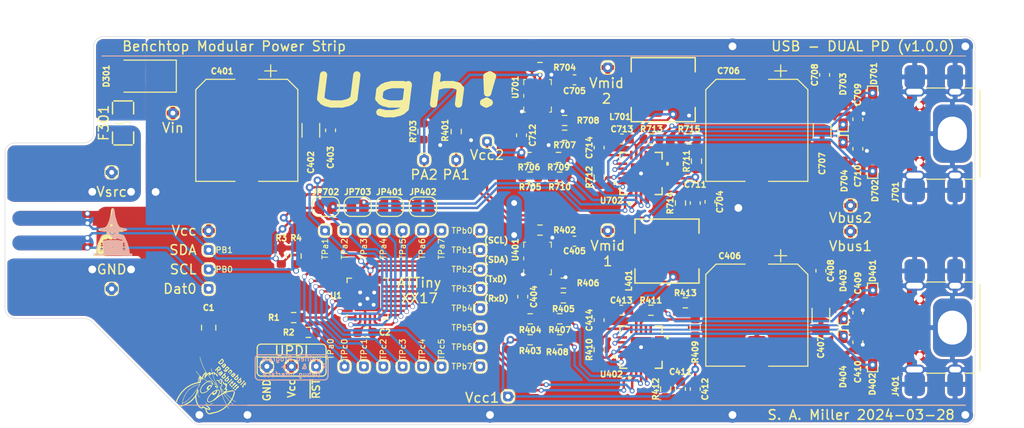
<source format=kicad_pcb>
(kicad_pcb (version 20211014) (generator pcbnew)
  (title_block (title "Benchtop Modular Power Strip") (date "2024-03-28") (rev "1.0.0") (company "S. A. Miller") (comment 1 "USB") (comment 2 "DUAL PD"))
  (layers (0 "F.Cu" signal) (31 "B.Cu" signal) (34 "B.Paste" user) (35 "F.Paste" user) (36 "B.SilkS" user "B.Silkscreen") (37 "F.SilkS" user "F.Silkscreen") (38 "B.Mask" user) (39 "F.Mask" user) (44 "Edge.Cuts" user))
  (net 0 "")
  (net 1 "GND")
  (net 2 "~{RESET}")
  (net 3 "Dat0")
  (net 4 "PA4")
  (net 5 "PA5")
  (net 6 "PA6")
  (net 7 "PA7")
  (net 8 "PB2")
  (net 9 "PB3")
  (net 10 "PA1")
  (net 11 "PA2")
  (net 12 "PA3")
  (net 13 "PB0")
  (net 14 "PB1")
  (net 15 "PB4")
  (net 16 "PB5")
  (net 17 "PB6")
  (net 18 "PB7")
  (net 19 "PC2")
  (net 20 "PC3")
  (net 21 "PC4")
  (net 22 "PC5")
  (net 23 "Vsrc")
  (net 24 "Vin")
  (net 25 "/Source Power Rail/Vprot")
  (net 26 "/ATTinyXX17/PA0")
  (net 27 "I2C-Vcc")
  (net 28 "PC0")
  (net 29 "PC1")
  (net 30 "D+")
  (net 31 "D-")
  (net 32 "CC2")
  (net 33 "CC1")
  (net 36 "PD-Vcc")
  (net 37 "Net-(C405-Pad1)")
  (net 38 "/USB-PD/Vmid")
  (net 39 "Net-(C411-Pad1)")
  (net 40 "Net-(C413-Pad1)")
  (net 41 "Net-(C414-Pad1)")
  (net 42 "Net-(JP401-Pad2)")
  (net 43 "Net-(JP402-Pad2)")
  (net 44 "Net-(R402-Pad1)")
  (net 45 "VSEL1")
  (net 46 "VSEL2")
  (net 47 "Net-(R405-Pad2)")
  (net 48 "GPIO5")
  (net 49 "GPIO1")
  (net 50 "Net-(R409-Pad2)")
  (net 51 "Net-(R412-Pad1)")
  (net 53 "GPIO3")
  (net 54 "GPIO4")
  (net 55 "GPIO2")
  (net 56 "GPIO6")
  (net 59 "Vbus1")
  (net 60 "PD-Vccb")
  (net 61 "Net-(C705-Pad1)")
  (net 62 "Vbus2")
  (net 63 "Db+")
  (net 64 "Db-")
  (net 65 "Net-(C711-Pad1)")
  (net 66 "Net-(C713-Pad1)")
  (net 67 "Net-(C714-Pad1)")
  (net 68 "CC2b")
  (net 69 "CC1b")
  (net 72 "Net-(JP702-Pad2)")
  (net 73 "Net-(JP703-Pad2)")
  (net 74 "Net-(R704-Pad1)")
  (net 75 "VSEL1b")
  (net 76 "VSEL2b")
  (net 77 "Net-(R707-Pad2)")
  (net 78 "GPIO5b")
  (net 79 "GPIO1b")
  (net 80 "Net-(R711-Pad2)")
  (net 81 "Net-(R714-Pad1)")
  (net 83 "GPIO3b")
  (net 84 "GPIO4b")
  (net 85 "GPIO2b")
  (net 86 "GPIO6b")
  (net 89 "/USB-PD-2/Vmid2")
  (footprint "tinker:TestPoint_THTPad_D1.0mm_Drill0.5mm" (layer "F.Cu") (at 87 114)
    (fp_text reference "TPc1")
    (fp_text value "CtrlC" hide)
  )
  (footprint "Capacitor_SMD:C_0603_1608Metric" (layer "F.Cu") (at 113.601 90.551 180)
    (fp_text reference "C713")
    (fp_text value "390pF")
  )
  (footprint "tinker:PGB1010603NRHF" (layer "F.Cu") (at 136.398 107.95 90)
    (fp_text reference "D403")
    (fp_text value "PGB1010603NR" hide)
  )
  (footprint "Resistor_SMD:R_0603_1608Metric" (layer "F.Cu") (at 107.696 90.17 180)
    (fp_text reference "R707")
    (fp_text value "100k")
  )
  (footprint "tinker:QFN-13_2p5MMx3MM_MNP" (layer "F.Cu") (at 104.902 86.106)
    (fp_text reference "U701")
    (fp_text value "MP2491CGQB-P" hide)
  )
  (footprint "Capacitor_SMD:C_0805_2012Metric" (layer "F.Cu") (at 71 110 -90)
    (fp_text reference "C1")
    (fp_text value "4.7uF")
  )
  (footprint "Resistor_SMD:R_0603_1608Metric" (layer "F.Cu") (at 79.756 108.966)
    (fp_text reference "R1")
    (fp_text value "10k")
  )
  (footprint "Resistor_SMD:R_0603_1608Metric" (layer "F.Cu") (at 105.156 99.949)
    (fp_text reference "R402")
    (fp_text value "51k")
  )
  (footprint "Capacitor_SMD:C_0603_1608Metric" (layer "F.Cu") (at 108.712 84.455)
    (fp_text reference "C705")
    (fp_text value "1uF")
  )
  (footprint "Resistor_SMD:R_0603_1608Metric" (layer "F.Cu") (at 104.14 109.093)
    (fp_text reference "R404")
    (fp_text value "10k")
  )
  (footprint "Capacitor_SMD:C_0603_1608Metric" (layer "F.Cu") (at 134.112 104.14 -90)
    (fp_text reference "C408")
    (fp_text value "100nF")
  )
  (footprint "Capacitor_SMD:C_1206_3216Metric" (layer "F.Cu") (at 134.112 108.712 -90)
    (fp_text reference "C407")
    (fp_text value "10uF")
  )
  (footprint "tinker:TestPoint_THTPad_D1.0mm_Drill0.5mm" (layer "F.Cu") (at 71 106)
    (fp_text reference "TP5" hide)
    (fp_text value "Dat0" hide)
  )
  (footprint "tinker:TestPoint_THTPad_D1.0mm_Drill0.5mm" (layer "F.Cu") (at 61 94)
    (fp_text reference "TP301" hide)
    (fp_text value "Vsrc" hide)
  )
  (footprint "Capacitor_SMD:C_0603_1608Metric" (layer "F.Cu") (at 108.712 101.092)
    (fp_text reference "C405")
    (fp_text value "1uF")
  )
  (footprint "tinker:TestPoint_THTPad_D1.0mm_Drill0.5mm" (layer "F.Cu") (at 93 114 90)
    (fp_text reference "TPc4")
    (fp_text value "CtrlC" hide)
  )
  (footprint "Capacitor_SMD:C_0603_1608Metric" (layer "F.Cu") (at 87.122 110.49 180)
    (fp_text reference "C2")
    (fp_text value "100nF")
  )
  (footprint "Resistor_SMD:R_0603_1608Metric" (layer "F.Cu") (at 121.285 92.837 90)
    (fp_text reference "R711")
    (fp_text value "33k")
  )
  (footprint "Resistor_SMD:R_0603_1608Metric" (layer "F.Cu") (at 107.188 94.488)
    (fp_text reference "R710")
    (fp_text value "0")
  )
  (footprint "Jumper:SolderJumper-2_P1.3mm_Open_RoundedPad1.0x1.5mm" (layer "F.Cu") (at 93.091 97.536)
    (fp_text reference "JP402")
    (fp_text value "SolderJumper_2_Open")
  )
  (footprint "Capacitor_SMD:CP_Elec_10x7.7" (layer "F.Cu") (at 127.508 89.662 -90)
    (fp_text reference "C706")
    (fp_text value "330uF")
  )
  (footprint "Resistor_SMD:R_0603_1608Metric" (layer "F.Cu") (at 104.013 92.456)
    (fp_text reference "R706")
    (fp_text value "10k")
  )
  (footprint "tinker:TestPoint_THTPad_D1.0mm_Drill0.5mm" (layer "F.Cu") (at 99 108)
    (fp_text reference "TPb4")
    (fp_text value "CtrlB" hide)
  )
  (footprint "Resistor_SMD:R_0603_1608Metric" (layer "F.Cu") (at 104.14 111.252)
    (fp_text reference "R403")
    (fp_text value "10k")
  )
  (footprint "Resistor_SMD:R_0603_1608Metric" (layer "F.Cu") (at 107.696 88.646)
    (fp_text reference "R708")
    (fp_text value "11k")
  )
  (footprint "tinker:F1206" (layer "F.Cu") (at 62.176 88.9 90)
    (fp_text reference "F301")
    (fp_text value "Polyfuse" hide)
  )
  (footprint "Capacitor_SMD:C_1206_3216Metric" (layer "F.Cu") (at 81.534 89.662 -90)
    (fp_text reference "C402")
    (fp_text value "10uF")
  )
  (footprint "Resistor_SMD:R_0603_1608Metric" (layer "F.Cu") (at 78.486 102.616 -90)
    (fp_text reference "R3")
    (fp_text value "10k")
  )
  (footprint "tinker:TestPoint_THTPad_D1.0mm_Drill0.5mm" (layer "F.Cu") (at 85 100 90)
    (fp_text reference "TPa2")
    (fp_text value "CtrlA" hide)
  )
  (footprint "tinker:TestPoint_THTPad_D1.0mm_Drill0.5mm" (layer "F.Cu") (at 95 114 90)
    (fp_text reference "TPc5")
    (fp_text value "CtrlC" hide)
  )
  (footprint "tinker:QFN-20_MP5031_MNP" (layer "F.Cu") (at 115.57 94.107 90)
    (fp_text reference "U702")
    (fp_text value "MP5031GRE-00A3-P" hide)
  )
  (footprint "Resistor_SMD:R_0603_1608Metric" (layer "F.Cu") (at 81.28 110.49)
    (fp_text reference "R2")
    (fp_text value "330R")
  )
  (footprint "Capacitor_SMD:C_0603_1608Metric" (layer "F.Cu") (at 137.922 111.506 -90)
    (fp_text reference "C410")
    (fp_text value "1nF")
  )
  (footprint "tinker:IND-SMD_L7.1-W6.6" (layer "F.Cu") (at 118.248 102.108)
    (fp_text reference "L401")
    (fp_text value "4.7uH")
  )
  (footprint "tinker:USB_C" (layer "F.Cu") (at 142.853632 110 90)
    (fp_text reference "J401")
    (fp_text value "USB_C_Receptacle" hide)
  )
  (footprint "Resistor_SMD:R_0603_1608Metric" (layer "F.Cu") (at 104.14 94.488)
    (fp_text reference "R705")
    (fp_text value "10k")
  )
  (footprint "Capacitor_SMD:C_0603_1608Metric" (layer "F.Cu") (at 103.251 90.17 90)
    (fp_text reference "C712")
    (fp_text value "2.2uF")
  )
  (footprint "tinker:PGB1010603NRHF" (layer "F.Cu") (at 139.446 92.837 90)
    (fp_text reference "D702")
    (fp_text value "PGB1010603NR" hide)
  )
  (footprint "tinker:TestPoint_THTPad_D1.0mm_Drill0.5mm" (layer "F.Cu") (at 112.141 100)
    (fp_text reference "TP402" hide)
    (fp_text value "Vmid" hide)
  )
  (footprint "tinker:TestPoint_THTPad_D1.0mm_Drill0.5mm" (layer "F.Cu") (at 89 100 90)
    (fp_text reference "TPa4")
    (fp_text value "CtrlA" hide)
  )
  (footprint "Resistor_SMD:R_0603_1608Metric" (layer "F.Cu") (at 107.188 111.252)
    (fp_text reference "R408")
    (fp_text value "0")
  )
  (footprint "tinker:IND-SMD_L7.1-W6.6" (layer "F.Cu") (at 117.856 85.471)
    (fp_text reference "L701")
    (fp_text value "4.7uH")
  )
  (footprint "tinker:TestPoint_THTPad_D1.0mm_Drill0.5mm" (layer "F.Cu") (at 96.52 92.71)
    (fp_text reference "TP401" hide)
    (fp_text value "CtrlA" hide)
  )
  (footprint "Resistor_SMD:R_0603_1608Metric" (layer "F.Cu") (at 116.649 90.551)
    (fp_text reference "R713")
    (fp_text value "2R2")
  )
  (footprint "tinker:TestPoint_THTPad_D1.0mm_Drill0.5mm" (layer "F.Cu") (at 77 114 90)
    (fp_text reference "TP4" hide)
    (fp_text value "GND" hide)
  )
  (footprint "tinker:TestPoint_THTPad_D1.0mm_Drill0.5mm" (layer "F.Cu") (at 99 102)
    (fp_text reference "TPb1")
    (fp_text value "CtrlB" hide)
  )
  (footprint "tinker:TestPoint_THTPad_D1.0mm_Drill0.5mm" (layer "F.Cu") (at 89 114 90)
    (fp_text reference "TPc2")
    (fp_text value "CtrlC" hide)
  )
  (footprint "tinker:TestPoint_THTPad_D1.0mm_Drill0.5mm" (layer "F.Cu") (at 95 100 90)
    (fp_text reference "TPa7")
    (fp_text value "CtrlA" hide)
  )
  (footprint "Package_DFN_QFN:QFN-24-1EP_4x4mm_P0.5mm_EP2.6x2.6mm" (layer "F.Cu") (at 87.376 107.01 90)
    (fp_text reference "U1")
    (fp_text value "ATtiny1617")
  )
  (footprint "tinker:NerdMage" (layer "F.Cu") (at 61.11668 100.076)
    (fp_text reference "G***" hide)
    (fp_text value "LOGO" hide)
  )
  (footprint "tinker:TestPoint_THTPad_D1.0mm_Drill0.5mm" (layer "F.Cu") (at 85 114)
    (fp_text reference "TPc0")
    (fp_text value "CtrlC" hide)
  )
  (footprint "tinker:TestPoint_THTPad_D1.0mm_Drill0.5mm" (layer "F.Cu") (at 67.31 87.884)
    (fp_text reference "TP302" hide)
    (fp_text value "Vin" hide)
  )
  (footprint "tinker:TestPoint_THTPad_D1.0mm_Drill0.5mm" (layer "F.Cu") (at 93.218 92.71)
    (fp_text reference "TP701" hide)
    (fp_text value "CtrlB" hide)
  )
  (footprint "Capacitor_SMD:C_0603_1608Metric" (layer "F.Cu") (at 103.378 106.807 90)
    (fp_text reference "C404")
    (fp_text value "2.2uF")
  )
  (footprint "Resistor_SMD:R_0603_1608Metric" (layer "F.Cu") (at 96.52 89.789 -90)
    (fp_text reference "R401")
    (fp_text value "300k")
  )
  (footprint "tinker:TestPoint_THTPad_D1.0mm_Drill0.5mm" (layer "F.Cu") (at 112.141 83.185)
    (fp_text reference "TP702" hide)
    (fp_text value "Vmid" hide)
  )
  (footprint "tinker:TestPoint_THTPad_D1.0mm_Drill0.5mm" (layer "F.Cu") (at 99 110)
    (fp_text reference "TPb5")
    (fp_text value "CtrlB" hide)
  )
  (footprint "Resistor_SMD:R_0603_1608Metric" (layer "F.Cu") (at 121.158 109.982 90)
    (fp_text reference "R409")
    (fp_text value "33k")
  )
  (footprint "Capacitor_SMD:C_0603_1608Metric" (layer "F.Cu") (at 121.158 116.332 -90)
    (fp_text reference "C412")
    (fp_text value "2.2uF")
  )
  (footprint "Capacitor_SMD:C_0603_1608Metric" (layer "F.Cu") (at 137.922 108.458 90)
    (fp_text reference "C409")
    (fp_text value "1nF")
  )
  (footprint "tinker:TestPoint_THTPad_D1.0mm_Drill0.5mm" (layer "F.Cu") (at 61 106)
    (fp_text reference "TP303" hide)
    (fp_text value "GND" hide)
  )
  (footprint "Capacitor_SMD:C_0603_1608Metric" (layer "F.Cu") (at 137.922 88.519 90)
    (fp_text reference "C709")
    (fp_text value "1nF")
  )
  (footprint "tinker:DagNabbit" (layer "F.Cu") (at 71.04 116.6 135)
    (fp_text reference "REF**" hide)
    (fp_text value "DagNabbit" hide)
  )
  (footprint "tinker:TestPoint_THTPad_D1.0mm_Drill0.5mm" (layer "F.Cu") (at 101.854 117.094)
    (fp_text reference "TP403" hide)
    (fp_text value "PD-Vcc" hide)
  )
  (footprint "Capacitor_SMD:C_0603_1608Metric" (layer "F.Cu") (at 111.252 109.22 90)
    (fp_text reference "C414")
    (fp_text value "390pF")
  )
  (footprint "tinker:TestPoint_THTPad_D1.0mm_Drill0.5mm" (layer "F.Cu") (at 137.16 97.409)
    (fp_text reference "TP704" hide)
    (fp_text value "Vbus" hide)
  )
  (footprint "Jumper:SolderJumper-2_P1.3mm_Open_RoundedPad1.0x1.5mm" (layer "F.Cu") (at 86.36 97.536)
    (fp_text reference "JP703")
    (fp_text value "SolderJumper_2_Open")
  )
  (footprint "Capacitor_SMD:C_0603_1608Metric" (layer "F.Cu") (at 121.158 97.155 -90)
    (fp_text reference "C711")
    (fp_text value "470nF")
  )
  (footprint "Jumper:SolderJumper-2_P1.3mm_Open_RoundedPad1.0x1.5mm" (layer "F.Cu") (at 89.662 97.536)
    (fp_text reference "JP401")
    (fp_text value "SolderJumper_2_Open")
  )
  (footprint "Resistor_SMD:R_0603_1608Metric" (layer "F.Cu") (at 107.569 106.934 180)
    (fp_text reference "R405")
    (fp_text value "100k")
  )
  (footprint "Resistor_SMD:R_0603_1608Metric" (layer "F.Cu") (at 111.252 112.268 -90)
    (fp_text reference "R410")
    (fp_text value "2R2")
  )
  (footprint "tinker:QFN-20_MP5031_MNP" (layer "F.Cu") (at 115.57 112.014 90)
    (fp_text reference "U402")
    (fp_text value "MP5031GRE-00A3-P" hide)
  )
  (footprint "tinker:TestPoint_THTPad_D1.0mm_Drill0.5mm" (layer "F.Cu") (at 82.08 114 90)
    (fp_text reference "TPa0")
    (fp_text value "~{RESET}" hide)
  )
  (footprint "tinker:TestPoint_THTPad_D1.0mm_Drill0.5mm" (layer "F.Cu") (at 93 100 90)
    (fp_text reference "TPa6")
    (fp_text value "CtrlA" hide)
  )
  (footprint "tinker:PGB1010603NRHF" (layer "F.Cu") (at 139.446 86.868 -90)
    (fp_text reference "D701")
    (fp_text value "PGB1010603NR" hide)
  )
  (footprint "tinker:TestPoint_THTPad_D1.0mm_Drill0.5mm" (layer "F.Cu") (at 83 100 90)
    (fp_text reference "TPa1")
    (fp_text value "CtrlA" hide)
  )
  (footprint "Resistor_SMD:R_0603_1608Metric" (layer "F.Cu") (at 120.523 90.551 180)
    (fp_text reference "R715")
    (fp_text value "47k")
  )
  (footprint "Resistor_SMD:R_0603_1608Metric" (layer "F.Cu") (at 93.091 89.789 -90)
    (fp_text reference "R703")
    (fp_text value "300k")
  )
  (footprint "Resistor_SMD:R_0603_1608Metric" (layer "F.Cu") (at 107.188 109.093)
    (fp_text reference "R407")
    (fp_text value "0")
  )
  (footprint "Capacitor_SMD:C_0603_1608Metric" (layer "F.Cu") (at 113.538 108.204 180)
    (fp_text reference "C413")
    (fp_text value "390pF")
  )
  (footprint "Resistor_SMD:R_0603_1608Metric" (layer "F.Cu") (at 105.156 83.185)
    (fp_text reference "R704")
    (fp_text value "51k")
  )
  (footprint "Capacitor_SMD:C_0603_1608Metric" (layer "F.Cu") (at 122.682 97.028 -90)
    (fp_text reference "C704")
    (fp_text value "2.2uF")
  )
  (footprint "tinker:PGB1010603NRHF" (layer "F.Cu") (at 136.398 88.011 90)
    (fp_text reference "D703")
    (fp_text value "PGB1010603NR" hide)
  )
  (footprint "Capacitor_SMD:C_0603_1608Metric" (layer "F.Cu") (at 119.634 116.332 -90)
    (fp_text reference "C411")
    (fp_text value "470nF")
  )
  (footprint "Resistor_SMD:R_0603_1608Metric" (layer "F.Cu") (at 116.586 108.204)
    (fp_text reference "R411")
    (fp_text value "2R2")
  )
  (footprint "tinker:TestPoint_THTPad_D1.0mm_Drill0.5mm" (layer "F.Cu") (at 99 104)
    (fp_text reference "TPb2")
    (fp_text value "CtrlB" hide)
  )
  (footprint "Capacitor_SMD:C_0603_1608Metric" (layer "F.Cu") (at 137.922 91.567 -90)
    (fp_text reference "C710")
    (fp_text value "1nF")
  )
  (footprint "tinker:TestPoint_THTPad_D1.0mm_Drill0.5mm" (layer "F.Cu") (at 71 104)
    (fp_text reference "TP8" hide)
    (fp_text value "Dat3" hide)
  )
  (footprint "tinker:TestPoint_THTPad_D1.0mm_Drill0.5mm" (layer "F.Cu") (at 79.54 114 90)
    (fp_text reference "TP1" hide)
    (fp_text value "I2C-Vcc" hide)
  )
  (footprint "Resistor_SMD:R_0603_1608Metric" (layer "F.Cu") (at 120.142 107.442 180)
    (fp_text reference "R413")
    (fp_text value "47k")
  )
  (footprint "Resistor_SMD:R_0603_1608Metric" (layer "F.Cu") (at 80.01 102.616 -90)
    (fp_text reference "R4")
    (fp_text value "10k")
  )
  (footprint "Resistor_SMD:R_0603_1608Metric" (layer "F.Cu") (at 119.634 97.155 -90)
    (fp_text reference "R714")
    (fp_text value "0")
  )
  (footprint "Capacitor_SMD:C_0603_1608Metric" (layer "F.Cu") (at 134.493 83.947 -90)
    (fp_text reference "C708")
    (fp_text value "100nF")
  )
  (footprint "tinker:TestPoint_THTPad_D1.0mm_Drill0.5mm" (layer "F.Cu") (at 137.16 100.076)
    (fp_text reference "TP404" hide)
    (fp_text value "Vbus" hide)
  )
  (footprint "Capacitor_SMD:C_0603_1608Metric" (layer "F.Cu") (at 111.252 91.44 90)
    (fp_text reference "C714")
    (fp_text value "390pF")
  )
  (footprint "Resistor_SMD:R_0603_1608Metric" (layer "F.Cu") (at 111.252 94.488 -90)
    (fp_text reference "R712")
    (fp_text value "2R2")
  )
  (footprint "tinker:TestPoint_THTPad_D1.0mm_Drill0.5mm" (layer "F.Cu") (at 91 100 90)
    (fp_text reference "TPa5")
    (fp_text value "CtrlA" hide)
  )
  (footprint "tinker:TestPoint_THTPad_D1.0mm_Drill0.5mm" (layer "F.Cu") (at 99 114)
    (fp_text reference "TPb7")
    (fp_text value "CtrlB" hide)
  )
  (footprint "Capacitor_SMD:C_1206_3216Metric" (layer "F.Cu") (at 134.239 89.662 -90)
    (fp_text reference "C707")
    (fp_text value "10uF")
  )
  (footprint "tinker:TestPoint_THTPad_D1.0mm_Drill0.5mm" (layer "F.Cu") (at 99 100)
    (fp_text reference "TPb0")
    (fp_text value "CtrlB" hide)
  )
  (footprint "tinker:QFN-13_2p5MMx3MM_MNP" (layer "F.Cu") (at 104.902 102.87)
    (fp_text reference "U401")
    (fp_text value "MP2491CGQB-P" hide)
  )
  (footprint "Jumper:SolderJumper-2_P1.3mm_Open_RoundedPad1.0x1.5mm" (layer "F.Cu") (at 83.058 97.536)
    (fp_text reference "JP702")
    (fp_text value "SolderJumper_2_Open")
  )
  (footprint "tinker:TestPoint_THTPad_D1.0mm_Drill0.5mm" (layer "F.Cu") (at 99.695 90.805)
    (fp_text reference "TP703" hide)
    (fp_text value "PD-Vcc" hide)
  )
  (footprint "Diode_SMD:D_SMA" (layer "F.Cu") (at 64.262 84.074 180)
    (fp_text reference "D301")
    (fp_text value "D_Schottky")
  )
  (footprint "Resistor_SMD:R_0603_1608Metric" (layer "F.Cu") (at 118.11 116.332 -90)
    (fp_text reference "R412")
    (fp_text value "0")
  )
  (footprint "tinker:PGB1010603NRHF" (layer "F.Cu") (at 139.446 112.776 90)
    (fp_text reference "D402")
    (fp_text value "PGB1010603NR" hide)
  )
  (footprint "tinker:PGB1010603NRHF" (layer "F.Cu") (at 139.446 107.188 -90)
    (fp_text reference "D401")
    (fp_text value "PGB1010603NR" hide)
  )
  (footprint "tinker:TestPoint_THTPad_D1.0mm_Drill0.5mm" (layer "F.Cu") (at 99 106)
    (fp_text reference "TPb3")
    (fp_text value "CtrlB" hide)
  )
  (footprint "Resistor_SMD:R_0603_1608Metric" (layer "F.Cu") (at 107.569 105.41)
    (fp_text reference "R406")
    (fp_text value "11k")
  )
  (footprint "Capacitor_SMD:CP_Elec_10x7.7" (layer "F.Cu") (at 74.93 89.662 -90)
    (fp_text reference "C401")
    (fp_text value "330uF")
  )
  (footprint "tinker:TestPoint_THTPad_D1.0mm_Drill0.5mm" (layer "F.Cu") (at 91 114 90)
    (fp_text reference "TPc3")
    (fp_text value "CtrlC" hide)
  )
  (footprint "Capacitor_SMD:CP_Elec_10x7.7" (layer "F.Cu") (at 127.508 108.712 -90)
    (fp_text reference "C406")
    (fp_text value "330uF")
  )
  (footprint "tinker:PGB1010603NRHF" (layer "F.Cu") (at 136.398 91.948 -90)
    (fp_text reference "D704")
    (fp_text value "PGB1010603NR" hide)
  )
  (footprint "tinker:TestPoint_THTPad_D1.0mm_Drill0.5mm" (layer "F.Cu") (at 87 100 90)
    (fp_text reference "TPa3")
    (fp_text value "CtrlA" hide)
  )
  (footprint "tinker:USB_C" (layer "F.Cu") (at 142.853632 90 90)
    (fp_text reference "J701")
    (fp_text value "USB_C_Receptacle" hide)
  )
  (footprint "tinker:PGB1010603NRHF" (layer "F.Cu") (at 136.398 112.014 -90)
    (fp_text reference "D404")
    (fp_text value "PGB1010603NR" hide)
  )
  (footprint "Resistor_SMD:R_0603_1608Metric" (layer "F.Cu") (at 107.061 92.456)
    (fp_text reference "R709")
    (fp_text value "0")
  )
  (footprint "tinker:TestPoint_THTPad_D1.0mm_Drill0.5mm" (layer "F.Cu") (at 71 100)
    (fp_text reference "TP6" hide)
    (fp_text value "Dat1" hide)
  )
  (footprint "tinker:TestPoint_THTPad_D1.0mm_Drill0.5mm" (layer "F.Cu") (at 71 102)
    (fp_text reference "TP7" hide)
    (fp_text value "Dat2" hide)
  )
  (footprint "Capacitor_SMD:C_0603_1608Metric" (layer "F.Cu") (at 83.566 89.662 -90)
    (fp_text reference "C403")
    (fp_text value "100nF")
  )
  (footprint "tinker:TestPoint_THTPad_D1.0mm_Drill0.5mm" (layer "F.Cu") (at 99 112)
    (fp_text reference "TPb6")
    (fp_text value "CtrlB" hide)
  )
  (footprint "tinker:NerdMage" (layer "B.Cu") (at 61.11668 100.076 180)
    (fp_text reference "G***" hide)
    (fp_text value "LOGO" hide)
  )
  (gr_arc (start 75.8 113.2) (mid 75.917157 112.917157) (end 76.2 112.8) (layer "B.SilkS") (width 0.12))
  (gr_line (start 68 118) (end 149 118) (layer "B.SilkS") (width 0.1))
  (gr_arc (start 83.3 115) (mid 83.182843 115.282843) (end 82.9 115.4) (layer "B.SilkS") (width 0.12))
  (gr_line (start 76.2 115.4) (end 82.9 115.4) (layer "B.SilkS") (width 0.12))
  (gr_line (start 83.3 113.2) (end 83.3 115) (layer "B.SilkS") (width 0.12))
  (gr_line (start 60 82) (end 149 82) (layer "B.SilkS") (width 0.1))
  (gr_arc (start 76.2 115.4) (mid 75.917157 115.282843) (end 75.8 115) (layer "B.SilkS") (width 0.12))
  (gr_arc (start 82.9 112.8) (mid 83.182843 112.917157) (end 83.3 113.2) (layer "B.SilkS") (width 0.12))
  (gr_line (start 82.9 112.8) (end 76.2 112.8) (layer "B.SilkS") (width 0.12))
  (gr_line (start 75.8 113.2) (end 75.8 115) (layer "B.SilkS") (width 0.12))
  (gr_line (start 76 112.1) (end 76 113.03) (layer "F.SilkS") (width 0.12))
  (gr_line (start 82.7 111.7) (end 76.4 111.7) (layer "F.SilkS") (width 0.12))
  (gr_line (start 76.4 115) (end 82.7 115) (layer "F.SilkS") (width 0.12))
  (gr_line (start 76 113.03) (end 76 114.6) (layer "F.SilkS") (width 0.12))
  (gr_line (start 60 82) (end 149 82) (layer "F.SilkS") (width 0.1))
  (gr_arc (start 82.7 111.7) (mid 82.982843 111.817157) (end 83.1 112.1) (layer "F.SilkS") (width 0.12))
  (gr_line (start 75 118) (end 149 118) (layer "F.SilkS") (width 0.1))
  (gr_line (start 83.1 114.6) (end 83.1 113.03) (layer "F.SilkS") (width 0.12))
  (gr_arc (start 76 112.1) (mid 76.117157 111.817157) (end 76.4 111.7) (layer "F.SilkS") (width 0.12))
  (gr_arc (start 76.4 115) (mid 76.117157 114.882843) (end 76 114.6) (layer "F.SilkS") (width 0.12))
  (gr_arc (start 83.1 114.6) (mid 82.982843 114.882843) (end 82.7 115) (layer "F.SilkS") (width 0.12))
  (gr_line (start 83.1 113.03) (end 76 113.03) (layer "F.SilkS") (width 0.12))
  (gr_line (start 83.1 113.03) (end 83.1 112.1) (layer "F.SilkS") (width 0.12))
  (gr_line (start 59.144 109.548) (end 69.144 119.548) (layer "Edge.Cuts") (width 0.05))
  (gr_arc (start 149 80) (mid 149.707107 80.292893) (end 150 81) (layer "Edge.Cuts") (width 0.05))
  (gr_arc (start 50 91.96) (mid 50.292893 91.252893) (end 51 90.96) (layer "Edge.Cuts") (width 0.05))
  (gr_line (start 50 108.04) (end 50 91.96) (layer "Edge.Cuts") (width 0.05))
  (gr_line (start 60.144 80) (end 149 80) (layer "Edge.Cuts") (width 0.05))
  (gr_arc (start 58.144 109.04) (mid 58.694524 109.194544) (end 59.144 109.548) (layer "Edge.Cuts") (width 0.05))
  (gr_line (start 59.144 81) (end 59.144 89.96) (layer "Edge.Cuts") (width 0.05))
  (gr_arc (start 59.144 81) (mid 59.436893 80.292893) (end 60.144 80) (layer "Edge.Cuts") (width 0.05))
  (gr_arc (start 150 119) (mid 149.707107 119.707107) (end 149 120) (layer "Edge.Cuts") (width 0.05))
  (gr_arc (start 70.144 120) (mid 69.594859 119.882718) (end 69.144 119.548) (layer "Edge.Cuts") (width 0.05))
  (gr_line (start 150 119) (end 150 81) (layer "Edge.Cuts") (width 0.05))
  (gr_line (start 51 90.96) (end 58.144 90.96) (layer "Edge.Cuts") (width 0.05))
  (gr_arc (start 51 109.04) (mid 50.292893 108.747107) (end 50 108.04) (layer "Edge.Cuts") (width 0.05))
  (gr_arc (start 59.144 89.96) (mid 58.851107 90.667107) (end 58.144 90.96) (layer "Edge.Cuts") (width 0.05))
  (gr_line (start 58.144 109.04) (end 51 109.04) (layer "Edge.Cuts") (width 0.05))
  (gr_line (start 149 120) (end 70.144 120) (layer "Edge.Cuts") (width 0.05))
  (gr_text "  Unified Program  \n R    &    +     - \n  Debug Interface  " (at 79.54 114.025) (layer "B.SilkS") (effects (font (size 0.5 0.5) (thickness 0.1)) (justify mirror)))
  (gr_text "${TITLE}" (at 62 81) (layer "F.SilkS") (effects (font (size 1 1)) (justify left)))
  (gr_text "${COMMENT1} - ${COMMENT2} (v${REVISION})" (at 148 81) (layer "F.SilkS") (effects (font (size 1 1)) (justify right)))
  (gr_text "GND" (at 77 115.2 90) (layer "F.SilkS") (effects (font (size 0.75 0.75)) (justify right)))
  (gr_text "Vin" (at 67.31 89.408) (layer "F.SilkS") (effects (font (size 1 1))))
  (gr_text "SCL" (at 69.85 104) (layer "F.SilkS") (effects (font (size 1 1)) (justify right)))
  (gr_text "Vbus1" (at 137.16 101.6) (layer "F.SilkS") (effects (font (size 1 1))))
  (gr_text "~{RST}" (at 82.08 115.2 90) (layer "F.SilkS") (effects (font (size 0.75 0.75)) (justify right)))
  (gr_text "Vcc1" (at 99.187 117.221) (layer "F.SilkS") (effects (font (size 1 1))))
  (gr_text "Ugh!" (at 91.059 85.598) (layer "F.SilkS") (effects (font (size 3 6) (thickness 0.75) italic)))
  (gr_text "Vcc" (at 69.85 100) (layer "F.SilkS") (effects (font (size 1 1)) (justify right)))
  (gr_text "PB1" (at 71.65 102) (layer "F.SilkS") (effects (font (size 0.6 0.6) (thickness 0.1)) (justify left)))
  (gr_text "SDA" (at 69.85 102) (layer "F.SilkS") (effects (font (size 1 1)) (justify right)))
  (gr_text "(TxD)" (at 99.314 105) (layer "F.SilkS") (effects (font (size 0.6 0.6)) (justify left)))
  (gr_text "Vsrc" (at 61 96) (layer "F.SilkS") (effects (font (size 1 1))))
  (gr_text "UPDI" (at 79.54 112.4) (layer "F.SilkS") (effects (font (size 1 1))))
  (gr_text "Vcc" (at 79.54 115.2 90) (layer "F.SilkS") (effects (font (size 0.75 0.75)) (justify right)))
  (gr_text "(RxD)" (at 99.314 107) (layer "F.SilkS") (effects (font (size 0.6 0.6)) (justify left)))
  (gr_text "(SDA)" (at 99.314 103) (layer "F.SilkS") (effects (font (size 0.6 0.6)) (justify left)))
  (gr_text "Vmid\n1" (at 112.141 102.362) (layer "F.SilkS") (effects (font (size 1 1))))
  (gr_text "(SCL)" (at 99.314 101) (layer "F.SilkS") (effects (font (size 0.6 0.6)) (justify left)))
  (gr_text "PA1" (at 96.52 94.234) (layer "F.SilkS") (effects (font (size 1 1))))
  (gr_text "Vcc2" (at 99.695 92.202) (layer "F.SilkS") (effects (font (size 1 1))))
  (gr_text "Vbus2" (at 137.16 98.679) (layer "F.SilkS") (effects (font (size 1 1))))
  (gr_text "Dat0" (at 69.85 106) (layer "F.SilkS") (effects (font (size 1 1)) (justify right)))
  (gr_text "PA2" (at 93.218 94.234) (layer "F.SilkS") (effects (font (size 1 1))))
  (gr_text "ATTiny\nXX17" (at 92.71 106.172) (layer "F.SilkS") (effects (font (size 1 1))))
  (gr_text "${COMPANY} ${ISSUE_DATE}" (at 148 119) (layer "F.SilkS") (effects (font (size 1 1)) (justify right)))
  (gr_text "Vmid\n2" (at 112.014 85.598) (layer "F.SilkS") (effects (font (size 1 1))))
  (gr_text "GND" (at 61 104) (layer "F.SilkS") (effects (font (size 1 1))))
  (gr_text "PB0" (at 71.65 104) (layer "F.SilkS") (effects (font (size 0.6 0.6) (thickness 0.1)) (justify left)))
  (segment (start 87.126 107.26) (end 87.376 107.01) (width 0.25) (layer "F.Cu") (net 1))
  (segment (start 106.504126 103.520126) (end 106.102 103.520126) (width 0.5) (layer "F.Cu") (net 1))
  (segment (start 106.426 100.723463) (end 106.426 100.394) (width 0.5) (layer "F.Cu") (net 1))
  (segment (start 139.446 111.716) (end 138.487 111.716) (width 0.5) (layer "F.Cu") (net 1))
  (segment (start 107.484468 87.686716) (end 108.443752 88.646) (width 0.5) (layer "F.Cu") (net 1))
  (segment (start 106.426 100.723463) (end 105.729463 101.42) (width 0.5) (layer "F.Cu") (net 1))
  (segment (start 87.126 109.711) (end 87.126 108.9475) (width 0.25) (layer "F.Cu") (net 1))
  (segment (start 137.922 112.281) (end 137.191 112.281) (width 0.5) (layer "F.Cu") (net 1))
  (segment (start 105.981 83.185) (end 106.331 83.535) (width 0.5) (layer "F.Cu") (net 1))
  (segment (start 106.331 83.927463) (end 105.729463 84.529) (width 0.5) (layer "F.Cu") (net 1))
  (segment (start 138.855 91.777) (end 138.487 91.777) (width 0.5) (layer "F.Cu") (net 1))
  (segment (start 103.378 103.735811) (end 103.378 104.521) (width 0.5) (layer "F.Cu") (net 1))
  (segment (start 107.791 104.807) (end 106.504126 103.520126) (width 0.5) (layer "F.Cu") (net 1))
  (segment (start 137.922 107.683) (end 137.191 107.683) (width 0.5) (layer "F.Cu") (net 1))
  (segment (start 105.729463 84.529) (end 105.729463 84.656) (width 0.5) (layer "F.Cu") (net 1))
  (segment (start 119.698 88.963) (end 120.523 88.138) (width 0.5) (layer "F.Cu") (net 1))
  (segment (start 104.101 103.520126) (end 103.593685 103.520126) (width 0.5) (layer "F.Cu") (net 1))
  (segment (start 134.423 104.915) (end 134.112 104.915) (width 0.5) (layer "F.Cu") (net 1))
  (segment (start 138.487 108.248) (end 137.922 107.683) (width 0.5) (layer "F.Cu") (net 1))
  (segment (start 103.283 89.363) (end 103.283 87.725) (width 0.5) (layer "F.Cu") (net 1))
  (segment (start 137.922 92.342) (end 137.256 93.008) (width 0.5) (layer "F.Cu") (net 1))
  (segment (start 139.446 87.928) (end 138.513 87.928) (width 0.5) (layer "F.Cu") (net 1))
  (segment (start 137.191 112.281) (end 136.398 113.074) (width 0.5) (layer "F.Cu") (net 1))
  (segment (start 106.331 83.535) (end 106.331 83.927463) (width 0.5) (layer "F.Cu") (net 1))
  (segment (start 119.698 90.551) (end 119.698 88.963) (width 0.5) (layer "F.Cu") (net 1))
  (segment (start 103.283 87.725) (end 103.283 87.066811) (width 0.5) (layer "F.Cu") (net 1))
  (segment (start 86.347 110.49) (end 87.126 109.711) (width 0.25) (layer "F.Cu") (net 1))
  (segment (start 139.446 91.777) (end 138.855 91.777) (width 0.5) (layer "F.Cu") (net 1))
  (segment (start 103.283 87.066811) (end 103.593685 86.756126) (width 0.5) (layer "F.Cu") (net 1))
  (segment (start 87.126 108.9475) (end 87.126 107.26) (width 0.25) (layer "F.Cu") (net 1))
  (segment (start 136.398 106.89) (end 134.423 104.915) (width 0.5) (layer "F.Cu") (net 1))
  (segment (start 138.513 87.928) (end 138.106 87.928) (width 0.5) (layer "F.Cu") (net 1))
  (segment (start 103.251 89.395) (end 103.283 89.363) (width 0.5) (layer "F.Cu") (net 1))
  (segment (start 134.493 85.046) (end 136.398 86.951) (width 0.5) (layer "F.Cu") (net 1))
  (segment (start 138.487 91.777) (end 137.922 92.342) (width 0.5) (layer "F.Cu") (net 1))
  (segment (start 137.129 86.951) (end 137.922 87.744) (width 0.5) (layer "F.Cu") (net 1))
  (segment (start 139.446 108.248) (end 138.487 108.248) (width 0.5) (layer "F.Cu") (net 1))
  (segment (start 136.398 86.951) (end 137.129 86.951) (width 0.5) (layer "F.Cu") (net 1))
  (segment (start 134.493 84.722) (end 134.493 85.046) (width 0.5) (layer "F.Cu") (net 1))
  (segment (start 103.593685 103.520126) (end 103.378 103.735811) (width 0.5) (layer "F.Cu") (net 1))
  (segment (start 137.256 93.008) (end 136.398 93.008) (width 0.5) (layer "F.Cu") (net 1))
  (segment (start 106.553878 86.756126) (end 106.102 86.756126) (width 0.5) (layer "F.Cu") (net 1))
  (segment (start 106.426 100.394) (end 105.981 99.949) (width 0.5) (layer "F.Cu") (net 1))
  (segment (start 108.443752 88.646) (end 108.521 88.646) (width 0.5) (layer "F.Cu") (net 1))
  (segment (start 138.106 87.928) (end 137.922 87.744) (width 0.5) (layer "F.Cu") (net 1))
  (segment (start 138.487 111.716) (end 137.922 112.281) (width 0.5) (layer "F.Cu") (net 1))
  (segment (start 137.191 107.683) (end 136.398 106.89) (width 0.5) (layer "F.Cu") (net 1))
  (segment (start 103.593685 86.756126) (end 104.101 86.756126) (width 0.5) (layer "F.Cu") (net 1))
  (segment (start 103.378 104.521) (end 103.378 106.032) (width 0.5) (layer "F.Cu") (net 1))
  (segment (start 107.791 104.807) (end 108.394 105.41) (width 0.5) (layer "F.Cu") (net 1))
  (segment (start 107.484468 87.686716) (end 106.553878 86.756126) (width 0.5) (layer "F.Cu") (net 1))
  (via (at 115.57 112.014) (size 0.8) (drill 0.4) (layers "F.Cu" "B.Cu") (net 1))
  (via (at 125.603 97.663) (size 1.6) (drill 0.8) (layers "F.Cu" "B.Cu") (net 1))
  (via (at 70.04 119) (size 1.6) (drill 0.8) (layers "F.Cu" "B.Cu") (net 1))
  (via (at 75 119) (size 1.6) (drill 0.8) (layers "F.Cu" "B.Cu") (net 1))
  (via (at 115.57 94.107) (size 0.8) (drill 0.4) (layers "F.Cu" "B.Cu") (net 1))
  (via (at 94.869 91.186) (size 0.8) (drill 0.4) (layers "F.Cu" "B.Cu") (net 1))
  (via (at 103.378 104.521) (size 0.8) (drill 0.4) (layers "F.Cu" "B.Cu") (net 1))
  (via (at 138.513 87.928) (size 0.8) (drill 0.4) (layers "F.Cu" "B.Cu") (net 1))
  (via (at 63 104) (size 1.6) (drill 0.8) (layers "F.Cu" "B.Cu") (net 1))
  (via (at 149 119) (size 1.6) (drill 0.8) (layers "F.Cu" "B.Cu") (net 1))
  (via (at 86.602225 107.596737) (size 0.8) (drill 0.4) (layers "F.Cu" "B.Cu") (net 1))
  (via (at 138.43 108.204) (size 0.8) (drill 0.4) (layers "F.Cu" "B.Cu") (net 1))
  (via (at 87.366058 107.01) (size 0.8) (drill 0.4) (layers "F.Cu" "B.Cu") (net 1))
  (via (at 106.426 100.723463) (size 0.8) (drill 0.4) (layers "F.Cu" "B.Cu") (net 1))
  (via (at 103.283 87.725) (size 0.8) (drill 0.4) (layers "F.Cu" "B.Cu") (net 1))
  (via (at 65.532 96.012) (size 1.6) (drill 0.8) (layers "F.Cu" "B.Cu") (net 1))
  (via (at 98.044 90.678) (size 0.8) (drill 0.4) (layers "F.Cu" "B.Cu") (net 1))
  (via (at 138.43 111.76) (size 0.8) (drill 0.4) (layers "F.Cu" "B.Cu") (net 1))
  (via (at 138.855 91.777) (size 0.8) (drill 0.4) (layers "F.Cu" "B.Cu") (net 1))
  (via (at 149 81) (size 1.6) (drill 0.8) (layers "F.Cu" "B.Cu") (net 1))
  (via (at 125 81) (size 1.6) (drill 0.8) (layers "F.Cu" "B.Cu") (net 1))
  (via (at 120.523 88.138) (size 0.8) (drill 0.4) (layers "F.Cu" "B.Cu") (net 1))
  (via (at 88.062376 106.383869) (size 0.8) (drill 0.4) (layers "F.Cu" "B.Cu") (net 1))
  (via (at 100 119) (size 1.6) (drill 0.8) (layers "F.Cu" "B.Cu") (net 1))
  (via (at 107.791 104.807) (size 0.8) (drill 0.4) (layers "F.Cu" "B.Cu") (net 1))
  (via (at 59 104) (size 1.6) (drill 0.8) (layers "F.Cu" "B.Cu") (net 1))
  (via (at 86.614 106.372094) (size 0.8) (drill 0.4) (layers "F.Cu" "B.Cu") (net 1))
  (via (at 106.331 83.927463) (size 0.8) (drill 0.4) (layers "F.Cu" "B.Cu") (net 1))
  (via (at 88.003499 107.643839) (size 0.8) (drill 0.4) (layers "F.Cu" "B.Cu") (net 1))
  (via (at 106.045 91.186) (size 0.8) (drill 0.4) (layers "F.Cu" "B.Cu") (net 1))
  (via (at 125 119) (size 1.6) (drill 0.8) (layers "F.Cu" "B.Cu") (net 1))
  (via (at 107.484468 87.686716) (size 0.8) (drill 0.4) (layers "F.Cu" "B.Cu") (net 1))
  (segment (start 82.08 110.515) (end 82.08 114) (width 0.25) (layer "F.Cu") (net 2))
  (via (at 58.5 101.76) (size 0.6) (drill 0.4) (layers "F.Cu" "B.Cu") (net 3))
  (segment (start 66.76 101.76) (end 58.5 101.76) (width 0.25) (layer "B.Cu") (net 3))
  (segment (start 71 106) (end 66.76 101.76) (width 0.25) (layer "B.Cu") (net 3))
  (segment (start 88.402992 109.685) (end 89.876994 109.685) (width 0.25) (layer "F.Cu") (net 4))
  (segment (start 89.876994 109.685) (end 90.275494 109.2865) (width 0.25) (layer "F.Cu") (net 4))
  (segment (start 88.126 109.408008) (end 88.402992 109.685) (width 0.25) (layer "F.Cu") (net 4))
  (segment (start 88.126 108.9475) (end 88.126 109.408008) (width 0.25) (layer "F.Cu") (net 4))
  (via (at 90.275494 109.2865) (size 0.5) (drill 0.4) (layers "F.Cu" "B.Cu") (net 4))
  (segment (start 90.241265 109.252271) (end 90.241265 101.241265) (width 0.25) (layer "B.Cu") (net 4))
  (segment (start 90.275494 109.2865) (end 90.241265 109.252271) (width 0.25) (layer "B.Cu") (net 4))
  (segment (start 90.241265 101.241265) (end 89 100) (width 0.25) (layer "B.Cu") (net 4))
  (segment (start 90.693265 108.7115) (end 88.862 108.7115) (width 0.25) (layer "F.Cu") (net 5))
  (segment (start 90.816265 108.8345) (end 90.693265 108.7115) (width 0.25) (layer "F.Cu") (net 5))
  (segment (start 88.862 108.7115) (end 88.626 108.9475) (width 0.25) (layer "F.Cu") (net 5))
  (via (at 90.816265 108.8345) (size 0.5) (drill 0.4) (layers "F.Cu" "B.Cu") (net 5))
  (segment (start 90.816265 108.8345) (end 90.816265 100.183735) (width 0.25) (layer "B.Cu") (net 5))
  (segment (start 90.816265 100.183735) (end 91 100) (width 0.25) (layer "B.Cu") (net 5))
  (segment (start 89.3135 108.26) (end 91.330846 108.26) (width 0.25) (layer "F.Cu") (net 6))
  (segment (start 91.330846 108.26) (end 91.405346 108.3345) (width 0.25) (layer "F.Cu") (net 6))
  (via (at 91.405346 108.3345) (size 0.5) (drill 0.4) (layers "F.Cu" "B.Cu") (net 6))
  (segment (start 91.405346 108.3345) (end 91.405346 101.594654) (width 0.25) (layer "B.Cu") (net 6))
  (segment (start 91.405346 101.594654) (end 93 100) (width 0.25) (layer "B.Cu") (net 6))
  (segment (start 89.3135 107.76) (end 91.94275 107.76) (width 0.25) (layer "F.Cu") (net 7))
  (segment (start 91.94275 107.76) (end 92.01725 107.8345) (width 0.25) (layer "F.Cu") (net 7))
  (via (at 92.01725 107.8345) (size 0.5) (drill 0.4) (layers "F.Cu" "B.Cu") (net 7))
  (segment (start 92.01725 107.8345) (end 92.01725 102.98275) (width 0.25) (layer "B.Cu") (net 7))
  (segment (start 92.01725 102.98275) (end 95 100) (width 0.25) (layer "B.Cu") (net 7))
  (segment (start 88.126 105.0725) (end 88.126 104.611992) (width 0.25) (layer "F.Cu") (net 8))
  (segment (start 88.126 104.611992) (end 88.655992 104.082) (width 0.25) (layer "F.Cu") (net 8))
  (segment (start 88.655992 104.082) (end 98.918 104.082) (width 0.25) (layer "F.Cu") (net 8))
  (segment (start 88.626 105.0725) (end 98.0725 105.0725) (width 0.25) (layer "F.Cu") (net 9))
  (segment (start 99 106) (end 98.0725 105.0725) (width 0.25) (layer "F.Cu") (net 9))
  (segment (start 96.52 92.71) (end 96.52 90.614) (width 0.25) (layer "F.Cu") (net 10))
  (segment (start 96.518604 93.599) (end 101.794604 98.875) (width 0.25) (layer "F.Cu") (net 10))
  (segment (start 104.521 98.875) (end 105.152063 99.506063) (width 0.25) (layer "F.Cu") (net 10))
  (segment (start 84.6005 108.26) (end 85.4385 108.26) (width 0.25) (layer "F.Cu") (net 10))
  (segment (start 96.52 92.71) (end 96.518604 92.711396) (width 0.25) (layer "F.Cu") (net 10))
  (segment (start 101.794604 98.875) (end 104.521 98.875) (width 0.25) (layer "F.Cu") (net 10))
  (segment (start 81.407 95.5415) (end 94.3235 95.5415) (width 0.25) (layer "F.Cu") (net 10))
  (segment (start 94.3235 95.5415) (end 96.52 93.345) (width 0.25) (layer "F.Cu") (net 10))
  (segment (start 96.518604 92.711396) (end 96.518604 93.599) (width 0.25) (layer "F.Cu") (net 10))
  (segment (start 84.526 108.3345) (end 84.6005 108.26) (width 0.25) (layer "F.Cu") (net 10))
  (segment (start 96.52 93.345) (end 96.52 92.71) (width 0.25) (layer "F.Cu") (net 10))
  (segment (start 105.152063 99.506063) (end 105.152063 101.42) (width 0.25) (layer "F.Cu") (net 10))
  (via (at 84.526 108.3345) (size 0.5) (drill 0.4) (layers "F.Cu" "B.Cu") (net 10))
  (via (at 81.407 95.5415) (size 0.8) (drill 0.4) (layers "F.Cu" "B.Cu") (net 10))
  (segment (start 81.407 95.5415) (end 81.407 98.407) (width 0.25) (layer "B.Cu") (net 10))
  (segment (start 88.891265 103.164057) (end 88.891265 108.017604) (width 0.25) (layer "B.Cu") (net 10))
  (segment (start 84.7465 108.555) (end 84.526 108.3345) (width 0.25) (layer "B.Cu") (net 10))
  (segment (start 85.362 102.362) (end 88.089208 102.362) (width 0.25) (layer "B.Cu") (net 10))
  (segment (start 81.407 98.407) (end 83 100) (width 0.25) (layer "B.Cu") (net 10))
  (segment (start 88.353869 108.555) (end 84.7465 108.555) (width 0.25) (layer "B.Cu") (net 10))
  (segment (start 88.089208 102.362) (end 88.891265 103.164057) (width 0.25) (layer "B.Cu") (net 10))
  (segment (start 88.891265 108.017604) (end 88.353869 108.555) (width 0.25) (layer "B.Cu") (net 10))
  (segment (start 83 100) (end 85.362 102.362) (width 0.25) (layer "B.Cu") (net 10))
  (segment (start 105.152063 83.943063) (end 105.152063 84.656) (width 0.25) (layer "F.Cu") (net 11))
  (segment (start 85.09 109.1295) (end 85.272 108.9475) (width 0.25) (layer "F.Cu") (net 11))
  (segment (start 93.218 92.71) (end 93.218 93.472) (width 0.25) (layer "F.Cu") (net 11))
  (segment (start 91.873 94.817) (end 82.219716 94.817) (width 0.25) (layer "F.Cu") (net 11))
  (segment (start 93.218 93.472) (end 91.873 94.817) (width 0.25) (layer "F.Cu") (net 11))
  (segment (start 93.218 90.741) (end 93.218 92.71) (width 0.25) (layer "F.Cu") (net 11))
  (segment (start 85.272 108.9475) (end 86.126 108.9475) (width 0.25) (layer "F.Cu") (net 11))
  (segment (start 93.091 90.614) (end 93.218 90.741) (width 0.25) (layer "F.Cu") (net 11))
  (via (at 82.219716 94.817) (size 0.8) (drill 0.4) (layers "F.Cu" "B.Cu") (net 11))
  (via (at 105.152063 83.943063) (size 0.5) (drill 0.3) (layers "F.Cu" "B.Cu") (net 11))
  (via (at 85.09 109.1295) (size 0.5) (drill 0.4) (layers "F.Cu" "B.Cu") (net 11))
  (segment (start 93.218 88.646) (end 97.920937 83.943063) (width 0.25) (layer "B.Cu") (net 11))
  (segment (start 89.341265 108.204) (end 88.415765 109.1295) (width 0.25) (layer "B.Cu") (net 11))
  (segment (start 85 100) (end 82.219716 97.219716) (width 0.25) (layer "B.Cu") (net 11))
  (segment (start 89.341265 102.977661) (end 89.341265 108.204) (width 0.25) (layer "B.Cu") (net 11))
  (segment (start 82.219716 97.219716) (end 82.219716 94.817) (width 0.25) (layer "B.Cu") (net 11))
  (segment (start 88.275604 101.912) (end 89.341265 102.977661) (width 0.25) (layer "B.Cu") (net 11))
  (segment (start 85 100) (end 86.912 101.912) (width 0.25) (layer "B.Cu") (net 11))
  (segment (start 88.415765 109.1295) (end 85.09 109.1295) (width 0.25) (layer "B.Cu") (net 11))
  (segment (start 97.920937 83.943063) (end 105.152063 83.943063) (width 0.25) (layer "B.Cu") (net 11))
  (segment (start 93.218 92.71) (end 93.218 88.646) (width 0.25) (layer "B.Cu") (net 11))
  (segment (start 86.912 101.912) (end 88.275604 101.912) (width 0.25) (layer "B.Cu") (net 11))
  (segment (start 86.344008 109.69) (end 85.65 109.69) (width 0.25) (layer "F.Cu") (net 12))
  (segment (start 86.626 108.9475) (end 86.626 109.408008) (width 0.25) (layer "F.Cu") (net 12))
  (segment (start 86.626 109.408008) (end 86.344008 109.69) (width 0.25) (layer "F.Cu") (net 12))
  (segment (start 85.65 109.69) (end 85.636 109.704) (width 0.25) (layer "F.Cu") (net 12))
  (via (at 85.636 109.704) (size 0.5) (drill 0.4) (layers "F.Cu" "B.Cu") (net 12))
  (segment (start 88.9 109.728) (end 89.791265 108.836735) (width 0.25) (layer "B.Cu") (net 12))
  (segment (start 89.791265 102.791265) (end 87 100) (width 0.25) (layer "B.Cu") (net 12))
  (segment (start 85.66 109.728) (end 88.9 109.728) (width 0.25) (layer "B.Cu") (net 12))
  (segment (start 85.636 109.704) (end 85.66 109.728) (width 0.25) (layer "B.Cu") (net 12))
  (segment (start 89.791265 108.836735) (end 89.791265 102.791265) (width 0.25) (layer "B.Cu") (net 12))
  (segment (start 95.818 103.182) (end 99 100) (width 0.25) (layer "F.Cu") (net 13))
  (segment (start 78.735701 98.674701) (end 81.144402 96.266) (width 0.25) (layer "F.Cu") (net 13))
  (segment (start 86.106 96.266) (end 85.71 96.662) (width 0.25) (layer "F.Cu") (net 13))
  (segment (start 85.71 96.662) (end 85.71 97.536) (width 0.25) (layer "F.Cu") (net 13))
  (segment (start 91.171 96.266) (end 86.106 96.266) (width 0.25) (layer "F.Cu") (net 13))
  (segment (start 87.126 104.475596) (end 86.702202 104.051798) (width 0.25) (layer "F.Cu") (net 13))
  (segment (start 87.572 103.182) (end 86.702202 104.051798) (width 0.25) (layer "F.Cu") (net 13))
  (segment (start 81.144402 96.266) (end 84.44 96.266) (width 0.25) (layer "F.Cu") (net 13))
  (segment (start 87.126 105.0725) (end 87.126 104.475596) (width 0.25) (layer "F.Cu") (net 13))
  (segment (start 88.704 103.182) (end 87.572 103.182) (width 0.25) (layer "F.Cu") (net 13))
  (segment (start 92.441 97.536) (end 91.171 96.266) (width 0.25) (layer "F.Cu") (net 13))
  (segment (start 84.44 96.266) (end 85.71 97.536) (width 0.25) (layer "F.Cu") (net 13))
  (segment (start 80.01 104.14) (end 80.01 103.441) (width 0.25) (layer "F.Cu") (net 13))
  (segment (start 88.704 103.182) (end 95.818 103.182) (width 0.25) (layer "F.Cu") (net 13))
  (segment (start 86.702202 104.051798) (end 86.091404 103.441) (width 0.25) (layer "F.Cu") (net 13))
  (segment (start 86.091404 103.441) (end 80.01 103.441) (width 0.25) (layer "F.Cu") (net 13))
  (via (at 78.735701 98.674701) (size 0.8) (drill 0.4) (layers "F.Cu" "B.Cu") (net 13))
  (via (at 80.01 104.14) (size 0.6) (drill 0.4) (layers "F.Cu" "B.Cu") (net 13))
  (via (at 58.5 100.76) (size 0.6) (drill 0.4) (layers "F.Cu" "B.Cu") (net 13))
  (segment (start 79.629 99.568) (end 79.629 103.759) (width 0.25) (layer "B.Cu") (net 13))
  (segment (start 58.988 100.272) (end 58.5 100.76) (width 0.25) (layer "B.Cu") (net 13))
  (segment (start 79.87 104) (end 71 104) (width 0.25) (layer "B.Cu") (net 13))
  (segment (start 80.01 104.14) (end 79.87 104) (width 0.25) (layer "B.Cu") (net 13))
  (segment (start 78.735701 98.674701) (end 79.629 99.568) (width 0.25) (layer "B.Cu") (net 13))
  (segment (start 67.272 100.272) (end 58.988 100.272) (width 0.25) (layer "B.Cu") (net 13))
  (segment (start 71 104) (end 67.272 100.272) (width 0.25) (layer "B.Cu") (net 13))
  (segment (start 79.629 103.759) (end 80.01 104.14) (width 0.25) (layer "B.Cu") (net 13))
  (segment (start 79.4065 102.5205) (end 78.486 103.441) (width 0.25) (layer "F.Cu") (net 14))
  (segment (start 78.613 99.822) (end 80.772 97.663) (width 0.25) (layer "F.Cu") (net 14))
  (segment (start 87.626 104.144) (end 88.138 103.632) (width 0.25) (layer "F.Cu") (net 14))
  (segment (start 88.138 103.632) (end 97.368 103.632) (width 0.25) (layer "F.Cu") (net 14))
  (segment (start 87.742 98.806) (end 89.012 97.536) (width 0.25) (layer "F.Cu") (net 14))
  (segment (start 82.281 97.663) (end 82.408 97.536) (width 0.25) (layer "F.Cu") (net 14))
  (segment (start 86.719221 103.151601) (end 86.08362 102.516) (width 0.25) (layer "F.Cu") (net 14))
  (segment (start 82.408 97.94562) (end 83.26838 98.806) (width 0.25) (layer "F.Cu") (net 14))
  (segment (start 77.915 102.87) (end 78.486 103.441) (width 0.25) (layer "F.Cu") (net 14))
  (segment (start 83.26838 98.806) (end 87.742 98.806) (width 0.25) (layer "F.Cu") (net 14))
  (segment (start 86.719221 103.151601) (end 86.08812 102.5205) (width 0.25) (layer "F.Cu") (net 14))
  (segment (start 86.08812 102.5205) (end 79.4065 102.5205) (width 0.25) (layer "F.Cu") (net 14))
  (segment (start 86.08362 102.516) (end 84.428 102.516) (width 0.25) (layer "F.Cu") (net 14))
  (segment (start 80.772 97.663) (end 82.281 97.663) (width 0.25) (layer "F.Cu") (net 14))
  (segment (start 87.626 104.171934) (end 87.626 105.0725) (width 0.25) (layer "F.Cu") (net 14))
  (segment (start 82.408 97.536) (end 82.408 97.94562) (width 0.25) (layer "F.Cu") (net 14))
  (segment (start 87.682777 104.115157) (end 87.626 104.171934) (width 0.25) (layer "F.Cu") (net 14))
  (segment (start 84.428 102.516) (end 79.411 102.516) (width 0.25) (layer "F.Cu") (net 14))
  (segment (start 97.368 103.632) (end 99 102) (width 0.25) (layer "F.Cu") (net 14))
  (segment (start 87.626 105.0725) (end 87.626 104.144) (width 0.25) (layer "F.Cu") (net 14))
  (segment (start 79.411 102.516) (end 79.4065 102.5205) (width 0.25) (layer "F.Cu") (net 14))
  (segment (start 85.036 102.516) (end 84.428 102.516) (width 0.25) (layer "F.Cu") (net 14))
  (via (at 86.719221 103.151601) (size 0.6) (drill 0.4) (layers "F.Cu" "B.Cu") (net 14))
  (via (at 58.5 99.24) (size 0.6) (drill 0.4) (layers "F.Cu" "B.Cu") (net 14))
  (via (at 87.682777 104.115157) (size 0.6) (drill 0.4) (layers "F.Cu" "B.Cu") (net 14))
  (via (at 78.613 99.822) (size 0.8) (drill 0.4) (layers "F.Cu" "B.Cu") (net 14))
  (via (at 77.915 102.87) (size 0.6) (drill 0.4) (layers "F.Cu" "B.Cu") (net 14))
  (segment (start 77.915 100.52) (end 77.915 102.87) (width 0.25) (layer "B.Cu") (net 14))
  (segment (start 59.082 99.822) (end 63.5 99.822) (width 0.25) (layer "B.Cu") (net 14))
  (segment (start 71.87 102.87) (end 71 102) (width 0.25) (layer "B.Cu") (net 14))
  (segment (start 77.915 102.87) (end 71.87 102.87) (width 0.25) (layer "B.Cu") (net 14))
  (segment (start 71 102) (end 68.822 99.822) (width 0.25) (layer "B.Cu") (net 14))
  (segment (start 68.822 99.822) (end 63.5 99.822) (width 0.25) (layer "B.Cu") (net 14))
  (segment (start 78.613 99.822) (end 77.915 100.52) (width 0.25) (layer "B.Cu") (net 14))
  (segment (start 58.5 99.24) (end 59.082 99.822) (width 0.25) (layer "B.Cu") (net 14))
  (segment (start 86.719221 103.151601) (end 87.682777 104.115157) (width 0.25) (layer "B.Cu") (net 14))
  (segment (start 96.76 105.76) (end 99 108) (width 0.25) (layer "F.Cu") (net 15))
  (segment (start 89.3135 105.76) (end 96.76 105.76) (width 0.25) (layer "F.Cu") (net 15))
  (segment (start 89.3135 106.26) (end 95.26 106.26) (width 0.25) (layer "F.Cu") (net 16))
  (segment (start 95.26 106.26) (end 99 110) (width 0.25) (layer "F.Cu") (net 16))
  (segment (start 89.3135 106.76) (end 93.76 106.76) (width 0.25) (layer "F.Cu") (net 17))
  (segment (start 93.76 106.76) (end 99 112) (width 0.25) (layer "F.Cu") (net 17))
  (segment (start 92.26 107.26) (end 99 114) (width 0.25) (layer "F.Cu") (net 18))
  (segment (start 89.3135 107.26) (end 92.26 107.26) (width 0.25) (layer "F.Cu") (net 18))
  (segment (start 82.04302 105.76102) (end 82.04404 105.76) (width 0.25) (layer "F.Cu") (net 19))
  (segment (start 82.04404 105.76) (end 85.4385 105.76) (width 0.25) (layer "F.Cu") (net 19))
  (via (at 82.04302 105.76102) (size 0.5) (drill 0.4) (layers "F.Cu" "B.Cu") (net 19))
  (segment (start 86.629 111.629) (end 84.501812 111.629) (width 0.25) (layer "B.Cu") (net 19))
  (segment (start 84.501812 111.629) (end 82.04302 109.170208) (width 0.25) (layer "B.Cu") (net 19))
  (segment (start 89 114) (end 86.629 111.629) (width 0.25) (layer "B.Cu") (net 19))
  (segment (start 82.04302 109.170208) (end 82.04302 105.76102) (width 0.25) (layer "B.Cu") (net 19))
  (segment (start 82.638 106.3345) (end 82.7125 106.26) (width 0.25) (layer "F.Cu") (net 20))
  (segment (start 82.7125 106.26) (end 85.4385 106.26) (width 0.25) (layer "F.Cu") (net 20))
  (via (at 82.638 106.3345) (size 0.5) (drill 0.4) (layers "F.Cu" "B.Cu") (net 20))
  (segment (start 84.688208 111.179) (end 82.638 109.128792) (width 0.25) (layer "B.Cu") (net 20))
  (segment (start 88.179 111.179) (end 84.688208 111.179) (width 0.25) (layer "B.Cu") (net 20))
  (segment (start 91 114) (end 88.179 111.179) (width 0.25) (layer "B.Cu") (net 20))
  (segment (start 82.638 109.128792) (end 82.638 106.3345) (width 0.25) (layer "B.Cu") (net 20))
  (segment (start 83.3065 106.76) (end 85.4385 106.76) (width 0.25) (layer "F.Cu") (net 21))
  (segment (start 83.232 106.8345) (end 83.3065 106.76) (width 0.25) (layer "F.Cu") (net 21))
  (via (at 83.232 106.8345) (size 0.5) (drill 0.4) (layers "F.Cu" "B.Cu") (net 21))
  (segment (start 89.729 110.729) (end 84.874604 110.729) (width 0.25) (layer "B.Cu") (net 21))
  (segment (start 83.173 106.8935) (end 83.232 106.8345) (width 0.25) (layer "B.Cu") (net 21))
  (segment (start 83.173 109.027396) (end 83.173 106.8935) (width 0.25) (layer "B.Cu") (net 21))
  (segment (start 84.874604 110.729) (end 83.173 109.027396) (width 0.25) (layer "B.Cu") (net 21))
  (segment (start 93 114) (end 89.729 110.729) (width 0.25) (layer "B.Cu") (net 21))
  (segment (start 83.8225 107.26) (end 85.4385 107.26) (width 0.25) (layer "F.Cu") (net 22))
  (segment (start 83.748 107.3345) (end 83.8225 107.26) (width 0.25) (layer "F.Cu") (net 22))
  (via (at 83.748 107.3345) (size 0.5) (drill 0.4) (layers "F.Cu" "B.Cu") (net 22))
  (segment (start 83.748 108.966) (end 83.748 107.3345) (width 0.25) (layer "B.Cu") (net 22))
  (segment (start 85.061 110.279) (end 83.748 108.966) (width 0.25) (layer "B.Cu") (net 22))
  (segment (start 91.279 110.279) (end 85.061 110.279) (width 0.25) (layer "B.Cu") (net 22))
  (segment (start 95 114) (end 91.279 110.279) (width 0.25) (layer "B.Cu") (net 22))
  (via (at 63 96) (size 1.6) (drill 0.8) (layers "F.Cu" "B.Cu") (net 23))
  (via (at 59 96) (size 1.6) (drill 0.8) (layers "F.Cu" "B.Cu") (net 23))
  (via (at 102.489 97.155) (size 1.6) (drill 0.6) (layers "F.Cu" "B.Cu") (net 24))
  (via (at 102.489 100.457) (size 1.6) (drill 0.6) (layers "F.Cu" "B.Cu") (net 24))
  (segment (start 102.489 97.155) (end 102.489 100.457) (width 1.6) (layer "B.Cu") (net 24))
  (segment (start 84.264 107.76) (end 83.058 108.966) (width 0.25) (layer "F.Cu") (net 26))
  (segment (start 80.455 109.092) (end 80.581 108.966) (width 0.25) (layer "F.Cu") (net 26))
  (segment (start 85.4385 107.76) (end 84.264 107.76) (width 0.25) (layer "F.Cu") (net 26))
  (segment (start 80.455 110.49) (end 80.455 109.092) (width 0.25) (layer "F.Cu") (net 26))
  (segment (start 83.058 108.966) (end 80.581 108.966) (width 0.25) (layer "F.Cu") (net 26))
  (segment (start 87.626 110.219) (end 87.626 108.9475) (width 0.25) (layer "F.Cu") (net 27))
  (segment (start 87.897 110.49) (end 87.626 110.219) (width 0.25) (layer "F.Cu") (net 27))
  (via (at 58.5 98.24) (size 0.6) (drill 0.4) (layers "F.Cu" "B.Cu") (net 27))
  (segment (start 86.626 105.0725) (end 86.626 104.611992) (width 0.25) (layer "F.Cu") (net 28))
  (segment (start 86.626 104.611992) (end 86.218206 104.204198) (width 0.25) (layer "F.Cu") (net 28))
  (segment (start 81.392842 104.204198) (end 80.86052 104.73652) (width 0.25) (layer "F.Cu") (net 28))
  (segment (start 86.218206 104.204198) (end 81.392842 104.204198) (width 0.25) (layer "F.Cu") (net 28))
  (segment (start 80.86052 104.73652) (end 81.26204 104.335) (width 0.25) (layer "F.Cu") (net 28))
  (via (at 80.86052 104.73652) (size 0.5) (drill 0.4) (layers "F.Cu" "B.Cu") (net 28))
  (segment (start 80.86052 109.2605) (end 85 113.39998) (width 0.25) (layer "B.Cu") (net 28))
  (segment (start 85 113.39998) (end 85 114) (width 0.25) (layer "B.Cu") (net 28))
  (segment (start 80.86052 104.73652) (end 80.86052 109.2605) (width 0.25) (layer "B.Cu") (net 28))
  (segment (start 86.01198 105.18652) (end 86.126 105.0725) (width 0.25) (layer "F.Cu") (net 29))
  (segment (start 81.56452 105.18652) (end 86.01198 105.18652) (width 0.25) (layer "F.Cu") (net 29))
  (via (at 81.56452 105.18652) (size 0.5) (drill 0.4) (layers "F.Cu" "B.Cu") (net 29))
  (segment (start 87 114) (end 85.079 112.079) (width 0.25) (layer "B.Cu") (net 29))
  (segment (start 85.079 112.079) (end 84.315416 112.079) (width 0.25) (layer "B.Cu") (net 29))
  (segment (start 81.46802 109.231604) (end 81.46802 105.28302) (width 0.25) (layer "B.Cu") (net 29))
  (segment (start 81.46802 105.28302) (end 81.56452 105.18652) (width 0.25) (layer "B.Cu") (net 29))
  (segment (start 84.315416 112.079) (end 81.46802 109.231604) (width 0.25) (layer "B.Cu") (net 29))
  (segment (start 113.050844 111.013999) (end 113.6777 111.013999) (width 0.2) (layer "F.Cu") (net 30))
  (segment (start 137.922 109.233) (end 136.621 109.233) (width 0.2) (layer "F.Cu") (net 30))
  (segment (start 112.897867 110.861022) (end 113.050844 111.013999) (width 0.2) (layer "F.Cu") (net 30))
  (segment (start 137.939 109.25) (end 137.922 109.233) (width 0.2) (layer "F.Cu") (net 30))
  (segment (start 141.308118 109.25) (end 137.939 109.25) (width 0.2) (layer "F.Cu") (net 30))
  (segment (start 136.503 109.115) (end 136.398 109.01) (width 0.2) (layer "F.Cu") (net 30))
  (segment (start 136.621 109.233) (end 136.503 109.115) (width 0.2) (layer "F.Cu") (net 30))
  (via (at 112.897867 110.861022) (size 0.5) (drill 0.3) (layers "F.Cu" "B.Cu") (net 30))
  (via (at 136.503 109.115) (size 0.8) (drill 0.4) (layers "F.Cu" "B.Cu") (net 30))
  (segment (start 135.861001 109.756999) (end 136.503 109.115) (width 0.2) (layer "B.Cu") (net 30))
  (segment (start 112.897867 110.861022) (end 114.00189 109.756999) (width 0.2) (layer "B.Cu") (net 30))
  (segment (start 114.00189 109.756999) (end 135.861001 109.756999) (width 0.2) (layer "B.Cu") (net 30))
  (segment (start 137.941 110.75) (end 137.922 110.731) (width 0.2) (layer "F.Cu") (net 31))
  (segment (start 112.961696 111.514001) (end 113.6777 111.514001) (width 0.2) (layer "F.Cu") (net 31))
  (segment (start 141.083118 110.75) (end 137.941 110.75) (width 0.2) (layer "F.Cu") (net 31))
  (segment (start 112.869498 111.606199) (end 112.961696 111.514001) (width 0.2) (layer "F.Cu") (net 31))
  (segment (start 136.621 110.731) (end 136.503 110.849) (width 0.2) (layer "F.Cu") (net 31))
  (segment (start 136.503 110.849) (end 136.398 110.954) (width 0.2) (layer "F.Cu") (net 31))
  (segment (start 137.922 110.731) (end 136.621 110.731) (width 0.2) (layer "F.Cu") (net 31))
  (via (at 112.869498 111.606199) (size 0.5) (drill 0.3) (layers "F.Cu" "B.Cu") (net 31))
  (via (at 136.503 110.849) (size 0.8) (drill 0.4) (layers "F.Cu" "B.Cu") (net 31))
  (segment (start 135.861001 110.207001) (end 136.503 110.849) (width 0.2) (layer "B.Cu") (net 31))
  (segment (start 112.929801 111.606199) (end 114.328999 110.207001) (width 0.2) (layer "B.Cu") (net 31))
  (segment (start 114.328999 110.207001) (end 135.861001 110.207001) (width 0.2) (layer "B.Cu") (net 31))
  (segment (start 112.869498 111.606199) (end 112.929801 111.606199) (width 0.2) (layer "B.Cu") (net 31))
  (segment (start 117.9855 108.204) (end 117.411 108.204) (width 0.25) (layer "F.Cu") (net 32))
  (segment (start 139.446 106.128) (end 139.468 106.15) (width 0.25) (layer "F.Cu") (net 32))
  (segment (start 139.468 106.15) (end 141.568 108.25) (width 0.25) (layer "F.Cu") (net 32))
  (segment (start 141.568 108.25) (end 142.748 108.25) (width 0.25) (layer "F.Cu") (net 32))
  (segment (start 118.364 108.5825) (end 117.9855 108.204) (width 0.25) (layer "F.Cu") (net 32))
  (via (at 139.468 106.15) (size 0.8) (drill 0.4) (layers "F.Cu" "B.Cu") (net 32))
  (via (at 118.364 108.5825) (size 0.5) (drill 0.3) (layers "F.Cu" "B.Cu") (net 32))
  (segment (start 138.442695 106.15) (end 139.468 106.15) (width 0.25) (layer "B.Cu") (net 32))
  (segment (start 135.270001 109.331999) (end 135.382 109.22) (width 0.25) (layer "B.Cu") (net 32))
  (segment (start 119.113499 109.331999) (end 135.270001 109.331999) (width 0.25) (layer "B.Cu") (net 32))
  (segment (start 118.364 108.5825) (end 119.113499 109.331999) (width 0.25) (layer "B.Cu") (net 32))
  (segment (start 135.382 109.22) (end 135.382 109.210695) (width 0.25) (layer "B.Cu") (net 32))
  (segment (start 135.382 109.210695) (end 138.442695 106.15) (width 0.25) (layer "B.Cu") (net 32))
  (segment (start 142.748 111.25) (end 141.957315 111.25) (width 0.25) (layer "F.Cu") (net 33))
  (segment (start 141.716657 111.521343) (end 141.716657 111.490657) (width 0.25) (layer "F.Cu") (net 33))
  (segment (start 141.957315 111.25) (end 141.716657 111.490657) (width 0.25) (layer "F.Cu") (net 33))
  (segment (start 112.770998 112.522) (end 112.199998 113.093) (width 0.25) (layer "F.Cu") (net 33))
  (segment (start 139.446 113.836) (end 139.446 113.792) (width 0.25) (layer "F.Cu") (net 33))
  (segment (start 112.199998 113.093) (end 111.252 113.093) (width 0.25) (layer "F.Cu") (net 33))
  (segment (start 139.446 113.792) (end 141.716657 111.521343) (width 0.25) (layer "F.Cu") (net 33))
  (via (at 139.446 113.836) (size 0.8) (drill 0.4) (layers "F.Cu" "B.Cu") (net 33))
  (via (at 112.770998 112.522) (size 0.5) (drill 0.3) (layers "F.Cu" "B.Cu") (net 33))
  (segment (start 135.270001 110.632001) (end 135.382 110.744) (width 0.25) (layer "B.Cu") (net 33))
  (segment (start 135.382 110.753305) (end 138.464695 113.836) (width 0.25) (layer "B.Cu") (net 33))
  (segment (start 113.03 112.522) (end 114.919999 110.632001) (width 0.25) (layer "B.Cu") (net 33))
  (segment (start 138.464695 113.836) (end 139.446 113.836) (width 0.25) (layer "B.Cu") (net 33))
  (segment (start 135.382 110.744) (end 135.382 110.753305) (width 0.25) (layer "B.Cu") (net 33))
  (segment (start 112.770998 112.522) (end 113.03 112.522) (width 0.25) (layer "B.Cu") (net 33))
  (segment (start 114.919999 110.632001) (end 135.270001 110.632001) (width 0.25) (layer "B.Cu") (net 33))
  (segment (start 103.378 109.03) (end 103.315 109.093) (width 0.25) (layer "F.Cu") (net 36))
  (segment (start 119.451001 112.513999) (end 121.158 110.807) (width 0.25) (layer "F.Cu") (net 36))
  (segment (start 104.151811 105.398189) (end 104.178 105.424378) (width 0.25) (layer "F.Cu") (net 36))
  (segment (start 121.158 114.3) (end 121.158 110.807) (width 0.25) (layer "F.Cu") (net 36))
  (segment (start 121.158 114.3) (end 121.158 115.557) (width 0.25) (layer "F.Cu") (net 36))
  (segment (start 103.315 109.093) (end 103.315 111.252) (width 0.25) (layer "F.Cu") (net 36))
  (segment (start 104.178 106.782) (end 103.378 107.582) (width 0.25) (layer "F.Cu") (net 36))
  (segment (start 102.108 111.252) (end 103.315 111.252) (width 0.25) (layer "F.Cu") (net 36))
  (segment (start 117.4623 112.513999) (end 119.451001 112.513999) (width 0.25) (layer "F.Cu") (net 36))
  (segment (start 104.151811 104.32) (end 104.151811 105.398189) (width 0.25) (layer "F.Cu") (net 36))
  (segment (start 103.378 107.582) (end 103.378 109.03) (width 0.25) (layer "F.Cu") (net 36))
  (segment (start 104.178 105.424378) (end 104.178 106.782) (width 0.25) (layer "F.Cu") (net 36))
  (via (at 121.158 114.3) (size 0.8) (drill 0.4) (layers "F.Cu" "B.Cu") (net 36))
  (via (at 102.108 111.252) (size 0.8) (drill 0.4) (layers "F.Cu" "B.Cu") (net 36))
  (segment (start 101.854 117.094) (end 118.364 117.094) (width 0.25) (layer "B.Cu") (net 36))
  (segment (start 101.346 112.014) (end 101.346 116.586) (width 0.25) (layer "B.Cu") (net 36))
  (segment (start 102.108 111.252) (end 101.346 112.014) (width 0.25) (layer "B.Cu") (net 36))
  (segment (start 101.346 116.586) (end 101.854 117.094) (width 0.25) (layer "B.Cu") (net 36))
  (segment (start 118.364 117.094) (end 121.158 114.3) (width 0.25) (layer "B.Cu") (net 36))
  (segment (start 107.823 101.346) (end 107.823 101.206) (width 0.25) (layer "F.Cu") (net 37))
  (segment (start 106.102 102.219874) (end 106.949126 102.219874) (width 0.25) (layer "F.Cu") (net 37))
  (segment (start 107.823 101.206) (end 107.937 101.092) (width 0.25) (layer "F.Cu") (net 37))
  (segment (start 106.949126 102.219874) (end 107.823 101.346) (width 0.25) (layer "F.Cu") (net 37))
  (segment (start 119.634 113.915701) (end 119.634 115.557) (width 0.25) (layer "F.Cu") (net 39))
  (segment (start 118.7323 113.014001) (end 119.634 113.915701) (width 0.25) (layer "F.Cu") (net 39))
  (segment (start 117.4623 113.014001) (end 118.7323 113.014001) (width 0.25) (layer "F.Cu") (net 39))
  (segment (start 115.070001 110.1217) (end 115.070001 108.961001) (width 0.25) (layer "F.Cu") (net 40))
  (segment (start 115.070001 110.1217) (end 115.070001 108.894999) (width 0.25) (layer "F.Cu") (net 40))
  (segment (start 115.070001 108.961001) (end 114.313 108.204) (width 0.25) (layer "F.Cu") (net 40))
  (segment (start 115.070001 108.894999) (end 115.761 108.204) (width 0.25) (layer "F.Cu") (net 40))
  (segment (start 114.569999 110.1217) (end 112.5733 110.1217) (width 0.25) (layer "F.Cu") (net 41))
  (segment (start 114.569999 110.1217) (end 111.3787 110.1217) (width 0.25) (layer "F.Cu") (net 41))
  (segment (start 112.5733 110.1217) (end 111.252 111.443) (width 0.25) (layer "F.Cu") (net 41))
  (segment (start 111.3787 110.1217) (end 111.252 109.995) (width 0.25) (layer "F.Cu") (net 41))
  (segment (start 114.569999 114.792001) (end 114.569999 113.9063) (width 0.25) (layer "F.Cu") (net 42))
  (segment (start 113.792 116.459) (end 113.792 115.57) (width 0.25) (layer "F.Cu") (net 42))
  (segment (start 99.949 98.806) (end 100.457 99.314) (width 0.25) (layer "F.Cu") (net 42))
  (segment (start 91.582 98.806) (end 99.949 98.806) (width 0.25) (layer "F.Cu") (net 42))
  (segment (start 113.792 115.57) (end 114.569999 114.792001) (width 0.25) (layer "F.Cu") (net 42))
  (segment (start 104.267 116.459) (end 105.283 116.459) (width 0.25) (layer "F.Cu") (net 42))
  (segment (start 100.457 112.649) (end 104.267 116.459) (width 0.25) (layer "F.Cu") (net 42))
  (segment (start 90.312 97.536) (end 91.582 98.806) (width 0.25) (layer "F.Cu") (net 42))
  (segment (start 100.457 99.314) (end 100.457 112.649) (width 0.25) (layer "F.Cu") (net 42))
  (via (at 113.792 116.459) (size 0.5) (drill 0.3) (layers "F.Cu" "B.Cu") (net 42))
  (via (at 105.283 116.459) (size 0.5) (drill 0.3) (layers "F.Cu" "B.Cu") (net 42))
  (segment (start 105.283 116.459) (end 113.792 116.459) (width 0.25) (layer "B.Cu") (net 42))
  (segment (start 104.328396 115.884) (end 100.907 112.462604) (width 0.25) (layer "F.Cu") (net 43))
  (segment (start 100.907 99.127604) (end 100.135396 98.356) (width 0.25) (layer "F.Cu") (net 43))
  (segment (start 94.561 98.356) (end 93.741 97.536) (width 0.25) (layer "F.Cu") (net 43))
  (segment (start 114.65675 115.341646) (end 115.070001 114.928395) (width 0.25) (layer "F.Cu") (net 43))
  (segment (start 115.070001 114.928395) (end 115.070001 113.9063) (width 0.25) (layer "F.Cu") (net 43))
  (segment (start 105.283 115.884) (end 104.328396 115.884) (width 0.25) (layer "F.Cu") (net 43))
  (segment (start 105.791 115.8845) (end 105.2835 115.8845) (width 0.25) (layer "F.Cu") (net 43))
  (segment (start 100.135396 98.356) (end 94.561 98.356) (width 0.25) (layer "F.Cu") (net 43))
  (segment (start 100.907 112.462604) (end 100.907 99.127604) (width 0.25) (layer "F.Cu") (net 43))
  (segment (start 105.2835 115.8845) (end 105.283 115.884) (width 0.25) (layer "F.Cu") (net 43))
  (segment (start 114.65675 116.5195) (end 114.65675 115.341646) (width 0.25) (layer "F.Cu") (net 43))
  (via (at 105.791 115.8845) (size 0.5) (drill 0.3) (layers "F.Cu" "B.Cu") (net 43))
  (via (at 114.65675 116.5195) (size 0.5) (drill 0.3) (layers "F.Cu" "B.Cu") (net 43))
  (segment (start 105.791 115.8845) (end 105.7915 115.884) (width 0.25) (layer "B.Cu") (net 43))
  (segment (start 114.65675 116.510577) (end 114.65675 116.5195) (width 0.25) (layer "B.Cu") (net 43))
  (segment (start 105.7915 115.884) (end 114.030173 115.884) (width 0.25) (layer "B.Cu") (net 43))
  (segment (start 114.030173 115.884) (end 114.65675 116.510577) (width 0.25) (layer "B.Cu") (net 43))
  (segment (start 104.651937 101.42) (end 104.651937 100.269937) (width 0.25) (layer "F.Cu") (net 44))
  (segment (start 104.651937 100.269937) (end 104.331 99.949) (width 0.25) (layer "F.Cu") (net 44))
  (segment (start 104.651937 107.946063) (end 104.651937 104.32) (width 0.25) (layer "F.Cu") (net 45))
  (segment (start 104.14 108.458) (end 104.651937 107.946063) (width 0.25) (layer "F.Cu") (net 45))
  (segment (start 106.363 111.252) (end 104.965 111.252) (width 0.25) (layer "F.Cu") (net 45))
  (segment (start 104.14 110.427) (end 104.14 108.458) (width 0.25) (layer "F.Cu") (net 45))
  (segment (start 104.965 111.252) (end 104.14 110.427) (width 0.25) (layer "F.Cu") (net 45))
  (segment (start 105.152063 108.905937) (end 104.965 109.093) (width 0.25) (layer "F.Cu") (net 46))
  (segment (start 105.152063 104.32) (end 105.152063 108.905937) (width 0.25) (layer "F.Cu") (net 46))
  (segment (start 106.363 109.093) (end 104.965 109.093) (width 0.25) (layer "F.Cu") (net 46))
  (segment (start 105.652189 104.509189) (end 106.553 105.41) (width 0.25) (layer "F.Cu") (net 47))
  (segment (start 106.744 105.41) (end 106.744 106.934) (width 0.25) (layer "F.Cu") (net 47))
  (segment (start 106.553 105.41) (end 106.744 105.41) (width 0.25) (layer "F.Cu") (net 47))
  (segment (start 105.652189 104.32) (end 105.652189 104.509189) (width 0.25) (layer "F.Cu") (net 47))
  (segment (start 116.118001 115.664805) (end 116.118001 113.954302) (width 0.25) (layer "F.Cu") (net 48))
  (segment (start 116.118001 113.954302) (end 116.069999 113.9063) (width 0.25) (layer "F.Cu") (net 48))
  (segment (start 108.077 109.093) (end 108.013 109.093) (width 0.25) (layer "F.Cu") (net 48))
  (segment (start 108.839 109.855) (end 108.077 109.093) (width 0.25) (layer "F.Cu") (net 48))
  (segment (start 116.210696 115.7575) (end 116.118001 115.664805) (width 0.25) (layer "F.Cu") (net 48))
  (via (at 108.839 109.855) (size 0.5) (drill 0.3) (layers "F.Cu" "B.Cu") (net 48))
  (via (at 116.210696 115.7575) (size 0.5) (drill 0.3) (layers "F.Cu" "B.Cu") (net 48))
  (segment (start 110.413396 114.984) (end 115.550866 114.984) (width 0.25) (layer "B.Cu") (net 48))
  (segment (start 108.839 109.855) (end 109.287 110.303) (width 0.25) (layer "B.Cu") (net 48))
  (segment (start 116.210696 115.64383) (end 116.210696 115.7575) (width 0.25) (layer "B.Cu") (net 48))
  (segment (start 115.550866 114.984) (end 116.210696 115.64383) (width 0.25) (layer "B.Cu") (net 48))
  (segment (start 109.287 110.303) (end 109.287 113.857604) (width 0.25) (layer "B.Cu") (net 48))
  (segment (start 109.287 113.857604) (end 110.413396 114.984) (width 0.25) (layer "B.Cu") (net 48))
  (segment (start 115.57 115.698693) (end 115.57 113.9063) (width 0.25) (layer "F.Cu") (net 49))
  (segment (start 108.013 111.315) (end 108.013 111.252) (width 0.25) (layer "F.Cu") (net 49))
  (segment (start 108.712 112.014) (end 108.013 111.315) (width 0.25) (layer "F.Cu") (net 49))
  (segment (start 115.511193 115.7575) (end 115.57 115.698693) (width 0.25) (layer "F.Cu") (net 49))
  (via (at 115.511193 115.7575) (size 0.5) (drill 0.3) (layers "F.Cu" "B.Cu") (net 49))
  (via (at 108.712 112.014) (size 0.5) (drill 0.3) (layers "F.Cu" "B.Cu") (net 49))
  (segment (start 108.712 112.014) (end 108.712 113.919) (width 0.25) (layer "B.Cu") (net 49))
  (segment (start 108.712 113.919) (end 110.227 115.434) (width 0.25) (layer "B.Cu") (net 49))
  (segment (start 115.187693 115.434) (end 115.511193 115.7575) (width 0.25) (layer "B.Cu") (net 49))
  (segment (start 110.227 115.434) (end 115.187693 115.434) (width 0.25) (layer "B.Cu") (net 49))
  (segment (start 115.57 110.1217) (end 115.57 109.474) (width 0.25) (layer "F.Cu") (net 50))
  (segment (start 115.57 109.474) (end 115.887 109.157) (width 0.25) (layer "F.Cu") (net 50))
  (segment (start 115.887 109.157) (end 121.158 109.157) (width 0.25) (layer "F.Cu") (net 50))
  (segment (start 121.158 107.633) (end 120.967 107.442) (width 0.25) (layer "F.Cu") (net 50))
  (segment (start 121.158 109.157) (end 121.158 107.633) (width 0.25) (layer "F.Cu") (net 50))
  (segment (start 118.11 115.446299) (end 116.570001 113.9063) (width 0.25) (layer "F.Cu") (net 51))
  (segment (start 118.11 115.507) (end 118.11 115.446299) (width 0.25) (layer "F.Cu") (net 51))
  (segment (start 118.364 105.283) (end 110.744 105.283) (width 0.25) (layer "F.Cu") (net 59))
  (segment (start 110.744 105.283) (end 109.093 106.934) (width 0.25) (layer "F.Cu") (net 59))
  (segment (start 118.872 104.775) (end 118.364 105.283) (width 0.25) (layer "F.Cu") (net 59))
  (segment (start 109.093 106.934) (end 108.394 106.934) (width 0.25) (layer "F.Cu") (net 59))
  (segment (start 113.538 113.538) (end 113.538 113.153701) (width 0.25) (layer "F.Cu") (net 59))
  (segment (start 113.538 113.153701) (end 113.6777 113.014001) (width 0.25) (layer "F.Cu") (net 59))
  (via (at 113.538 113.538) (size 0.5) (drill 0.3) (layers "F.Cu" "B.Cu") (net 59))
  (via (at 118.872 104.775) (size 0.8) (drill 0.4) (layers "F.Cu" "B.Cu") (net 59))
  (segment (start 116.967 106.68) (end 116.078 106.68) (width 0.25) (layer "B.Cu") (net 59))
  (segment (start 112.014 113.03) (end 112.522 113.538) (width 0.25) (layer "B.Cu") (net 59))
  (segment (start 116.078 106.68) (end 112.014 110.744) (width 0.25) (layer "B.Cu") (net 59))
  (segment (start 112.522 113.538) (end 113.538 113.538) (width 0.25) (layer "B.Cu") (net 59))
  (segment (start 118.872 104.775) (end 116.967 106.68) (width 0.25) (layer "B.Cu") (net 59))
  (segment (start 112.014 110.744) (end 112.014 113.03) (width 0.25) (layer "B.Cu") (net 59))
  (segment (start 99.695 96.139) (end 101.981 98.425) (width 0.25) (layer "F.Cu") (net 60))
  (segment (start 103.188 94.361) (end 103.315 94.488) (width 0.25) (layer "F.Cu") (net 60))
  (segment (start 104.151811 90.044189) (end 103.251 90.945) (width 0.25) (layer "F.Cu") (net 60))
  (segment (start 110.236 98.679) (end 110.49 98.679) (width 0.25) (layer "F.Cu") (net 60))
  (segment (start 116.078 98.679) (end 110.49 98.679) (width 0.25) (layer "F.Cu") (net 60))
  (segment (start 110.49 98.679) (end 113.232 98.679) (width 0.25) (layer "F.Cu") (net 60))
  (segment (start 103.251 92.393) (end 103.188 92.456) (width 0.25) (layer "F.Cu") (net 60))
  (segment (start 121.039001 94.606999) (end 117.4623 94.606999) (width 0.25) (layer "F.Cu") (net 60))
  (segment (start 121.1645 94.4815) (end 121.039001 94.606999) (width 0.25) (layer "F.Cu") (net 60))
  (segment (start 113.232 98.679) (end 113.258 98.705) (width 0.25) (layer "F.Cu") (net 60))
  (segment (start 103.251 91.948) (end 103.251 92.393) (width 0.25) (layer "F.Cu") (net 60))
  (segment (start 103.188 92.456) (end 103.188 94.361) (width 0.25) (layer "F.Cu") (net 60))
  (segment (start 101.981 98.425) (end 109.982 98.425) (width 0.25) (layer "F.Cu") (net 60))
  (segment (start 109.982 98.425) (end 110.236 98.679) (width 0.25) (layer "F.Cu") (net 60))
  (segment (start 121.1645 93.7825) (end 121.285 93.662) (width 0.25) (layer "F.Cu") (net 60))
  (segment (start 104.151811 87.556) (end 104.151811 90.044189) (width 0.25) (layer "F.Cu") (net 60))
  (segment (start 121.1645 94.7355) (end 122.682 96.253) (width 0.25) (layer "F.Cu") (net 60))
  (segment (start 99.695 90.805) (end 99.695 96.139) (width 0.25) (layer "F.Cu") (net 60))
  (segment (start 103.251 90.945) (end 103.251 91.948) (width 0.25) (layer "F.Cu") (net 60))
  (segment (start 121.1645 94.4815) (end 121.1645 94.7355) (width 0.25) (layer "F.Cu") (net 60))
  (segment (start 116.1415 98.7425) (end 116.078 98.679) (width 0.25) (layer "F.Cu") (net 60))
  (segment (start 121.1645 94.4815) (end 121.1645 93.7825) (width 0.25) (layer "F.Cu") (net 60))
  (segment (start 113.258 98.705) (end 116.104 98.705) (width 0.25) (layer "F.Cu") (net 60))
  (via (at 121.1645 94.4815) (size 0.8) (drill 0.4) (layers "F.Cu" "B.Cu") (net 60))
  (via (at 116.1415 98.7425) (size 0.8) (drill 0.4) (layers "F.Cu" "B.Cu") (net 60))
  (via (at 103.251 91.948) (size 0.8) (drill 0.4) (layers "F.Cu" "B.Cu") (net 60))
  (segment (start 120.4025 94.4815) (end 116.1415 98.7425) (width 0.25) (layer "B.Cu") (net 60))
  (segment (start 121.1645 94.4815) (end 120.4025 94.4815) (width 0.25) (layer "B.Cu") (net 60))
  (segment (start 100.838 91.948) (end 99.695 90.805) (width 0.25) (layer "B.Cu") (net 60))
  (segment (start 103.251 91.948) (end 100.838 91.948) (width 0.25) (layer "B.Cu") (net 60))
  (segment (start 106.936126 85.455874) (end 107.937 84.455) (width 0.25) (layer "F.Cu") (net 61))
  (segment (start 106.102 85.455874) (end 106.936126 85.455874) (width 0.25) (layer "F.Cu") (net 61))
  (segment (start 109.093 90.17) (end 108.521 90.17) (width 0.25) (layer "F.Cu") (net 62))
  (segment (start 110.617 88.646) (end 109.093 90.17) (width 0.25) (layer "F.Cu") (net 62))
  (segment (start 113.6777 95.4913) (end 113.6777 95.107001) (width 0.25) (layer "F.Cu") (net 62))
  (segment (start 118.237 88.646) (end 110.617 88.646) (width 0.25) (layer "F.Cu") (net 62))
  (segment (start 118.872 88.011) (end 118.237 88.646) (width 0.25) (layer "F.Cu") (net 62))
  (via (at 118.872 88.011) (size 0.8) (drill 0.4) (layers "F.Cu" "B.Cu") (net 62))
  (via (at 113.6777 95.4913) (size 0.5) (drill 0.3) (layers "F.Cu" "B.Cu") (net 62))
  (segment (start 117.042827 88.011) (end 112.195998 92.857829) (width 0.25) (layer "B.Cu") (net 62))
  (segment (start 112.195998 92.857829) (end 112.195998 94.771598) (width 0.25) (layer "B.Cu") (net 62))
  (segment (start 112.195998 94.771598) (end 112.9157 95.4913) (width 0.25) (layer "B.Cu") (net 62))
  (segment (start 118.872 88.011) (end 117.042827 88.011) (width 0.25) (layer "B.Cu") (net 62))
  (segment (start 112.9157 95.4913) (end 113.6777 95.4913) (width 0.25) (layer "B.Cu") (net 62))
  (segment (start 112.903 92.964) (end 113.045999 93.106999) (width 0.2) (layer "F.Cu") (net 63))
  (segment (start 137.922 89.294) (end 136.621 89.294) (width 0.2) (layer "F.Cu") (net 63))
  (segment (start 137.966 89.25) (end 137.922 89.294) (width 0.2) (layer "F.Cu") (net 63))
  (segment (start 136.621 89.294) (end 136.398 89.071) (width 0.2) (layer "F.Cu") (net 63))
  (segment (start 141.41375 89.25) (end 137.966 89.25) (width 0.2) (layer "F.Cu") (net 63))
  (segment (start 113.045999 93.106999) (end 113.6777 93.106999) (width 0.2) (layer "F.Cu") (net 63))
  (via (at 112.903 92.964) (size 0.5) (drill 0.3) (layers "F.Cu" "B.Cu") (net 63))
  (via (at 136.398 89.071) (size 0.8) (drill 0.4) (layers "F.Cu" "B.Cu") (net 63))
  (segment (start 116.112501 89.754499) (end 135.714501 89.754499) (width 0.2) (layer "B.Cu") (net 63))
  (segment (start 135.714501 89.754499) (end 136.398 89.071) (width 0.2) (layer "B.Cu") (net 63))
  (segment (start 112.903 92.964) (end 116.112501 89.754499) (width 0.2) (layer "B.Cu") (net 63))
  (segment (start 112.964057 93.607001) (end 113.6777 93.607001) (width 0.2) (layer "F.Cu") (net 64))
  (segment (start 136.494 90.792) (end 136.398 90.888) (width 0.2) (layer "F.Cu") (net 64))
  (segment (start 137.922 90.792) (end 136.494 90.792) (width 0.2) (layer "F.Cu") (net 64))
  (segment (start 112.861319 93.709739) (end 112.964057 93.607001) (width 0.2) (layer "F.Cu") (net 64))
  (segment (start 141.18875 90.75) (end 137.964 90.75) (width 0.2) (layer "F.Cu") (net 64))
  (segment (start 137.964 90.75) (end 137.922 90.792) (width 0.2) (layer "F.Cu") (net 64))
  (via (at 112.861319 93.709739) (size 0.5) (drill 0.3) (layers "F.Cu" "B.Cu") (net 64))
  (via (at 136.398 90.888) (size 0.8) (drill 0.4) (layers "F.Cu" "B.Cu") (net 64))
  (segment (start 112.861319 93.709739) (end 113.041259 93.709739) (width 0.2) (layer "B.Cu") (net 64))
  (segment (start 116.546497 90.204501) (end 135.714501 90.204501) (width 0.2) (layer "B.Cu") (net 64))
  (segment (start 113.041259 93.709739) (end 116.546497 90.204501) (width 0.2) (layer "B.Cu") (net 64))
  (segment (start 135.714501 90.204501) (end 136.398 90.888) (width 0.2) (layer "B.Cu") (net 64))
  (segment (start 119.885001 95.107001) (end 121.158 96.38) (width 0.25) (layer "F.Cu") (net 65))
  (segment (start 117.4623 95.107001) (end 119.885001 95.107001) (width 0.25) (layer "F.Cu") (net 65))
  (segment (start 115.070001 92.2147) (end 115.070001 91.245001) (width 0.25) (layer "F.Cu") (net 66))
  (segment (start 115.070001 91.304999) (end 115.824 90.551) (width 0.25) (layer "F.Cu") (net 66))
  (segment (start 115.070001 91.245001) (end 114.376 90.551) (width 0.25) (layer "F.Cu") (net 66))
  (segment (start 115.070001 92.2147) (end 115.070001 91.304999) (width 0.25) (layer "F.Cu") (net 66))
  (segment (start 111.2523 92.2147) (end 111.252 92.215) (width 0.25) (layer "F.Cu") (net 67))
  (segment (start 114.569999 92.2147) (end 111.2523 92.2147) (width 0.25) (layer "F.Cu") (net 67))
  (segment (start 111.252 93.663) (end 111.252 92.215) (width 0.25) (layer "F.Cu") (net 67))
  (segment (start 118.745 89.28) (end 117.474 90.551) (width 0.25) (layer "F.Cu") (net 68))
  (segment (start 118.745 89.204999) (end 118.745 89.28) (width 0.25) (layer "F.Cu") (net 68))
  (segment (start 141.888 88.25) (end 139.446 85.808) (width 0.25) (layer "F.Cu") (net 68))
  (segment (start 142.853632 88.25) (end 141.888 88.25) (width 0.25) (layer "F.Cu") (net 68))
  (via (at 118.745 89.204999) (size 0.5) (drill 0.3) (layers "F.Cu" "B.Cu") (net 68))
  (via (at 139.446 85.808) (size 0.8) (drill 0.4) (layers "F.Cu" "B.Cu") (net 68))
  (segment (start 135.128 89.315695) (end 138.635695 85.808) (width 0.25) (layer "B.Cu") (net 68))
  (segment (start 118.745 89.204999) (end 118.8695 89.329499) (width 0.25) (layer "B.Cu") (net 68))
  (segment (start 135.128 89.329499) (end 135.128 89.315695) (width 0.25) (layer "B.Cu") (net 68))
  (segment (start 118.8695 89.329499) (end 135.128 89.329499) (width 0.25) (layer "B.Cu") (net 68))
  (segment (start 138.635695 85.808) (end 139.446 85.808) (width 0.25) (layer "B.Cu") (net 68))
  (segment (start 139.446 93.866947) (end 139.446 93.897) (width 0.25) (layer "F.Cu") (net 69))
  (segment (start 142.853632 91.25) (end 142.062947 91.25) (width 0.25) (layer "F.Cu") (net 69))
  (segment (start 112.057887 94.507113) (end 111.252 95.313) (width 0.25) (layer "F.Cu") (net 69))
  (segment (start 142.062947 91.25) (end 139.446 93.866947) (width 0.25) (layer "F.Cu") (net 69))
  (segment (start 112.770998 94.507113) (end 112.057887 94.507113) (width 0.25) (layer "F.Cu") (net 69))
  (via (at 112.770998 94.507113) (size 0.5) (drill 0.3) (layers "F.Cu" "B.Cu") (net 69))
  (via (at 139.446 93.866947) (size 0.8) (drill 0.4) (layers "F.Cu" "B.Cu") (net 69))
  (segment (start 116.888499 90.629501) (end 135.114196 90.629501) (width 0.25) (layer "B.Cu") (net 69))
  (segment (start 113.010887 94.507113) (end 116.888499 90.629501) (width 0.25) (layer "B.Cu") (net 69))
  (segment (start 138.351642 93.866947) (end 139.446 93.866947) (width 0.25) (layer "B.Cu") (net 69))
  (segment (start 112.770998 94.507113) (end 113.010887 94.507113) (width 0.25) (layer "B.Cu") (net 69))
  (segment (start 135.114196 90.629501) (end 138.351642 93.866947) (width 0.25) (layer "B.Cu") (net 69))
  (segment (start 113.919 97.917) (end 113.919 96.650299) (width 0.25) (layer "F.Cu") (net 72))
  (segment (start 113.919 96.650299) (end 114.569999 95.9993) (width 0.25) (layer "F.Cu") (net 72))
  (via (at 113.919 97.917) (size 0.5) (drill 0.3) (layers "F.Cu" "B.Cu") (net 72))
  (via (at 83.82 97.536) (size 0.5) (drill 0.3) (layers "F.Cu" "B.Cu") (net 72))
  (segment (start 109.345604 97.917) (end 113.919 97.917) (width 0.25) (layer "B.Cu") (net 72))
  (segment (start 83.708 97.536) (end 83.835 97.663) (width 0.25) (layer "B.Cu") (net 72))
  (segment (start 98.679 97.663) (end 100.769 95.573) (width 0.25) (layer "B.Cu") (net 72))
  (segment (start 83.835 97.663) (end 98.679 97.663) (width 0.25) (layer "B.Cu") (net 72))
  (segment (start 100.769 95.573) (end 107.001604 95.573) (width 0.25) (layer "B.Cu") (net 72))
  (segment (start 107.001604 95.573) (end 109.345604 97.917) (width 0.25) (layer "B.Cu") (net 72))
  (segment (start 115.070001 97.148395) (end 115.070001 95.9993) (width 0.25) (layer "F.Cu") (net 73))
  (segment (start 114.618503 97.599893) (end 115.070001 97.148395) (width 0.25) (layer "F.Cu") (net 73))
  (segment (start 114.618503 97.917) (end 114.618503 97.599893) (width 0.25) (layer "F.Cu") (net 73))
  (via (at 87.01 97.0885) (size 0.5) (drill 0.3) (layers "F.Cu" "B.Cu") (net 73))
  (via (at 114.618503 97.917) (size 0.5) (drill 0.3) (layers "F.Cu" "B.Cu") (net 73))
  (segment (start 98.492604 97.213) (end 100.582604 95.123) (width 0.25) (layer "B.Cu") (net 73))
  (segment (start 100.582604 95.123) (end 107.188 95.123) (width 0.25) (layer "B.Cu") (net 73))
  (segment (start 114.618503 97.80333) (end 114.618503 97.917) (width 0.25) (layer "B.Cu") (net 73))
  (segment (start 107.188 95.123) (end 109.347 97.282) (width 0.25) (layer "B.Cu") (net 73))
  (segment (start 87.01 97.0885) (end 87.1345 97.213) (width 0.25) (layer "B.Cu") (net 73))
  (segment (start 114.097173 97.282) (end 114.618503 97.80333) (width 0.25) (layer "B.Cu") (net 73))
  (segment (start 109.347 97.282) (end 114.097173 97.282) (width 0.25) (layer "B.Cu") (net 73))
  (segment (start 87.1345 97.213) (end 98.492604 97.213) (width 0.25) (layer "B.Cu") (net 73))
  (segment (start 104.622414 84.626477) (end 104.651937 84.656) (width 0.25) (layer "F.Cu") (net 74))
  (segment (start 104.331 83.884) (end 104.622414 84.175414) (width 0.25) (layer "F.Cu") (net 74))
  (segment (start 104.331 83.185) (end 104.331 83.884) (width 0.25) (layer "F.Cu") (net 74))
  (segment (start 104.622414 84.175414) (end 104.622414 84.626477) (width 0.25) (layer "F.Cu") (net 74))
  (segment (start 104.013 93.536) (end 104.965 94.488) (width 0.25) (layer "F.Cu") (net 75))
  (segment (start 104.651937 90.928063) (end 104.013 91.567) (width 0.25) (layer "F.Cu") (net 75))
  (segment (start 104.651937 87.556) (end 104.651937 90.928063) (width 0.25) (layer "F.Cu") (net 75))
  (segment (start 104.013 91.567) (end 104.013 93.536) (width 0.25) (layer "F.Cu") (net 75))
  (segment (start 104.965 94.488) (end 106.363 94.488) (width 0.25) (layer "F.Cu") (net 75))
  (segment (start 105.152063 87.556) (end 105.152063 92.141937) (width 0.25) (layer "F.Cu") (net 76))
  (segment (start 106.236 92.456) (end 104.838 92.456) (width 0.25) (layer "F.Cu") (net 76))
  (segment (start 105.152063 92.141937) (end 104.838 92.456) (width 0.25) (layer "F.Cu") (net 76))
  (segment (start 105.652189 87.556) (end 105.781 87.556) (width 0.25) (layer "F.Cu") (net 77))
  (segment (start 105.781 87.556) (end 106.871 88.646) (width 0.25) (layer "F.Cu") (net 77))
  (segment (start 106.871 88.646) (end 106.871 90.17) (width 0.25) (layer "F.Cu") (net 77))
  (segment (start 108.267 92.837) (end 107.886 92.456) (width 0.25) (layer "F.Cu") (net 78))
  (segment (start 116.278931 97.407928) (end 116.278931 96.94243) (width 0.25) (layer "F.Cu") (net 78))
  (segment (start 116.069999 96.733498) (end 116.069999 95.9993) (width 0.25) (layer "F.Cu") (net 78))
  (segment (start 108.331 92.837) (end 108.267 92.837) (width 0.25) (layer "F.Cu") (net 78))
  (segment (start 116.278931 96.94243) (end 116.069999 96.733498) (width 0.25) (layer "F.Cu") (net 78))
  (via (at 116.278931 97.407928) (size 0.5) (drill 0.3) (layers "F.Cu" "B.Cu") (net 78))
  (via (at 108.331 92.837) (size 0.5) (drill 0.3) (layers "F.Cu" "B.Cu") (net 78))
  (segment (start 111.876 96.382) (end 115.3607 96.382) (width 0.25) (layer "B.Cu") (net 78))
  (segment (start 115.3607 96.382) (end 116.278931 97.300231) (width 0.25) (layer "B.Cu") (net 78))
  (segment (start 108.331 92.837) (end 111.876 96.382) (width 0.25) (layer "B.Cu") (net 78))
  (segment (start 116.278931 97.300231) (end 116.278931 97.407928) (width 0.25) (layer "B.Cu") (net 78))
  (segment (start 108.458 94.742) (end 108.267 94.742) (width 0.25) (layer "F.Cu") (net 79))
  (segment (start 108.267 94.742) (end 108.013 94.488) (width 0.25) (layer "F.Cu") (net 79))
  (segment (start 115.57 96.901) (end 115.57 95.9993) (width 0.25) (layer "F.Cu") (net 79))
  (segment (start 115.579455 97.413928) (end 115.579455 96.910455) (width 0.25) (layer "F.Cu") (net 79))
  (segment (start 115.579455 96.910455) (end 115.57 96.901) (width 0.25) (layer "F.Cu") (net 79))
  (via (at 108.458 94.742) (size 0.5) (drill 0.3) (layers "F.Cu" "B.Cu") (net 79))
  (via (at 115.579455 97.413928) (size 0.5) (drill 0.3) (layers "F.Cu" "B.Cu") (net 79))
  (segment (start 110.548 96.832) (end 114.997527 96.832) (width 0.25) (layer "B.Cu") (net 79))
  (segment (start 108.458 94.742) (end 110.548 96.832) (width 0.25) (layer "B.Cu") (net 79))
  (segment (start 114.997527 96.832) (end 115.579455 97.413928) (width 0.25) (layer "B.Cu") (net 79))
  (segment (start 115.7045 91.4325) (end 119.9585 91.4325) (width 0.25) (layer "F.Cu") (net 80))
  (segment (start 115.57 91.567) (end 115.7045 91.4325) (width 0.25) (layer "F.Cu") (net 80))
  (segment (start 115.57 92.2147) (end 115.57 91.567) (width 0.25) (layer "F.Cu") (net 80))
  (segment (start 119.9905 91.4645) (end 120.7375 91.4645) (width 0.25) (layer "F.Cu") (net 80))
  (segment (start 120.7375 91.4645) (end 121.285 92.012) (width 0.25) (layer "F.Cu") (net 80))
  (segment (start 119.9585 91.4325) (end 120.4665 91.4325) (width 0.25) (layer "F.Cu") (net 80))
  (segment (start 119.9905 91.4645) (end 119.9585 91.4325) (width 0.25) (layer "F.Cu") (net 80))
  (segment (start 120.4665 91.4325) (end 121.348 90.551) (width 0.25) (layer "F.Cu") (net 80))
  (segment (start 119.3033 95.9993) (end 119.634 96.33) (width 0.25) (layer "F.Cu") (net 81))
  (segment (start 116.570001 95.9993) (end 119.3033 95.9993) (width 0.25) (layer "F.Cu") (net 81))
  (zone (net 1) (net_name "GND") (layer "F.Cu") (connect_pads (clearance 0.254)) (min_thickness 0.254) (fill yes (thermal_gap 0.254) (thermal_bridge_width 0.508) (smoothing fillet) (radius 1))
    (polygon (pts (xy 119.888 116.332) (xy 100.838 116.332) (xy 100.838 105.664) (xy 119.888 105.664)))
  )
  (zone (net 23) (net_name "Vsrc") (layer "F.Cu") (connect_pads (clearance 0.254)) (min_thickness 0.254) (fill yes (thermal_gap 0.254) (thermal_bridge_width 0.508) (smoothing fillet) (radius 1))
    (polygon (pts (xy 64.003288 97.013505) (xy 49.487288 97.034755) (xy 49.561944 89.236756) (xy 63.978582 89.236756)))
  )
  (zone (net 38) (net_name "/USB-PD/Vmid") (layer "F.Cu") (connect_pads (clearance 0.254)) (min_thickness 0.254) (fill yes (thermal_gap 0.254) (thermal_bridge_width 0.508) (smoothing fillet) (radius 1))
    (polygon (pts (xy 117.856 105.156) (xy 104.648 105.156) (xy 104.648 98.806) (xy 117.856 98.806)))
  )
  (zone (net 62) (net_name "Vbus2") (layer "F.Cu") (connect_pads (clearance 0.254)) (min_thickness 0.254) (fill yes (thermal_gap 0.254) (thermal_bridge_width 0.508) (smoothing fillet) (radius 1))
    (polygon (pts (xy 135.636 88.646) (xy 118.364 88.646) (xy 118.364 82.296) (xy 135.636 82.296)))
  )
  (zone (net 27) (net_name "I2C-Vcc") (layer "F.Cu") (connect_pads (clearance 0.254)) (min_thickness 0.254) (fill yes (thermal_gap 0.254) (thermal_bridge_width 0.508) (smoothing fillet) (radius 1))
    (polygon (pts (xy 59.652 99.492) (xy 50.762 99.492) (xy 50.762 97.968) (xy 59.652 97.968)))
  )
  (zone (net 27) (net_name "I2C-Vcc") (layer "F.Cu") (connect_pads (clearance 0.254)) (min_thickness 0.254) (fill yes (thermal_gap 0.254) (thermal_bridge_width 0.508) (smoothing fillet) (radius 1))
    (polygon (pts (xy 100.33 116.078) (xy 77.216 116.078) (xy 63.754 102.616) (xy 59.436 102.616) (xy 59.436 97.536) (xy 100.33 97.536)))
  )
  (zone (net 25) (net_name "/Source Power Rail/Vprot") (layer "F.Cu") (connect_pads (clearance 0.254)) (min_thickness 0.254) (fill yes (thermal_gap 0.254) (thermal_bridge_width 0.508) (smoothing fillet) (radius 1))
    (polygon (pts (xy 64.008 88.646) (xy 49.53 88.646) (xy 49.53 79.502) (xy 64.008 79.502)))
  )
  (zone (net 59) (net_name "Vbus1") (layer "F.Cu") (connect_pads (clearance 0.254)) (min_thickness 0.254) (fill yes (thermal_gap 0.254) (thermal_bridge_width 0.508) (smoothing fillet) (radius 1))
    (polygon (pts (xy 135.636 108.204) (xy 120.396 108.204) (xy 120.396 98.806) (xy 135.636 98.806)))
  )
  (zone (net 1) (net_name "GND") (layer "F.Cu") (connect_pads (clearance 0.254)) (min_thickness 0.254) (fill yes (thermal_gap 0.254) (thermal_bridge_width 0.508) (smoothing fillet) (radius 1))
    (polygon (pts (xy 150.368 116.332) (xy 147.828 116.332) (xy 147.828 79.502) (xy 150.368 79.502)))
  )
  (zone (net 3) (net_name "Dat0") (layer "F.Cu") (connect_pads (clearance 0.254)) (min_thickness 0.254) (fill yes (thermal_gap 0.254) (thermal_bridge_width 0.508) (smoothing fillet) (radius 1))
    (polygon (pts (xy 59.144 102.032) (xy 50.762 102.032) (xy 50.762 100.508) (xy 59.144 100.508)))
  )
  (zone (net 24) (net_name "Vin") (layer "F.Cu") (connect_pads (clearance 0.254)) (min_thickness 0.254) (fill yes (thermal_gap 0.254) (thermal_bridge_width 0.508) (smoothing fillet) (radius 1))
    (polygon (pts (xy 104.14 105.029) (xy 100.711 105.029) (xy 100.711 79.629) (xy 104.14 79.629)))
  )
  (zone (net 1) (net_name "GND") (layer "F.Cu") (connect_pads (clearance 0.254)) (min_thickness 0.254) (fill yes (thermal_gap 0.254) (thermal_bridge_width 0.508) (smoothing fillet) (radius 1))
    (polygon (pts (xy 135.382 116.332) (xy 120.396 116.332) (xy 120.396 108.966) (xy 135.382 108.966)))
  )
  (zone (net 1) (net_name "GND") (layer "F.Cu") (connect_pads (clearance 0.254)) (min_thickness 0.254) (fill yes (thermal_gap 0.254) (thermal_bridge_width 0.508) (smoothing fillet) (radius 1))
    (polygon (pts (xy 100.33 97.028) (xy 64.516 97.028) (xy 64.516 89.916) (xy 100.33 89.916)))
  )
  (zone (net 89) (net_name "/USB-PD-2/Vmid2") (layer "F.Cu") (connect_pads (clearance 0.254)) (min_thickness 0.254) (fill yes (thermal_gap 0.254) (thermal_bridge_width 0.508) (smoothing fillet) (radius 1))
    (polygon (pts (xy 117.856 88.646) (xy 104.648 88.646) (xy 104.648 82.296) (xy 117.856 82.296)))
  )
  (zone (net 62) (net_name "Vbus2") (layer "F.Cu") (connect_pads (clearance 0.254)) (min_thickness 0.254) (fill yes (thermal_gap 0.254) (thermal_bridge_width 0.508) (smoothing fillet) (radius 1))
    (polygon (pts (xy 147.32 98.552) (xy 135.636 98.552) (xy 135.636 82.296) (xy 147.32 82.296)))
  )
  (zone (net 59) (net_name "Vbus1") (layer "F.Cu") (connect_pads (clearance 0.254)) (min_thickness 0.254) (fill yes (thermal_gap 0.254) (thermal_bridge_width 0.508) (smoothing fillet) (radius 1))
    (polygon (pts (xy 147.32 115.824) (xy 135.636 115.824) (xy 135.636 99.06) (xy 147.32 99.06)))
  )
  (zone (net 1) (net_name "GND") (layer "F.Cu") (connect_pads (clearance 0.254)) (min_thickness 0.254) (fill yes (thermal_gap 0.254) (thermal_bridge_width 0.508) (smoothing fillet) (radius 1))
    (polygon (pts (xy 135.382 98.552) (xy 104.521 98.552) (xy 104.521 89.027) (xy 135.382 89.027)))
  )
  (zone (net 24) (net_name "Vin") (layer "F.Cu") (connect_pads (clearance 0.254)) (min_thickness 0.254) (fill yes (thermal_gap 0.254) (thermal_bridge_width 0.508) (smoothing fillet) (radius 1))
    (polygon (pts (xy 100.711 89.408) (xy 64.516 89.408) (xy 64.516 79.502) (xy 100.711 79.502)))
  )
  (zone (net 59) (net_name "Vbus1") (layer "F.Cu") (connect_pads (clearance 0.254)) (min_thickness 0.254) (fill yes (thermal_gap 0.254) (thermal_bridge_width 0.508) (smoothing fillet) (radius 1))
    (polygon (pts (xy 120.396 105.156) (xy 118.364 105.156) (xy 118.364 98.806) (xy 120.396 98.806)))
  )
  (zone (net 1) (net_name "GND") (layer "F.Cu") (connect_pads (clearance 0.254)) (min_thickness 0.254) (fill yes (thermal_gap 0.254) (thermal_bridge_width 0.508) (smoothing fillet) (radius 1))
    (polygon (pts (xy 76.962 116.332) (xy 150.368 116.332) (xy 150.368 120.396) (xy 49.53 120.396) (xy 49.53 102.87) (xy 63.5 102.87)))
  )
  (zone (net 1) (net_name "GND") (layer "F.Cu") (connect_pads (clearance 0.254)) (min_thickness 0.254) (fill yes (thermal_gap 0.254) (thermal_bridge_width 0.508) (smoothing fillet) (radius 1))
    (polygon (pts (xy 147.32 82.042) (xy 104.521 82.042) (xy 104.521 79.502) (xy 147.32 79.502)))
  )
  (zone (net 13) (net_name "PB0") (layer "B.Cu") (connect_pads (clearance 0.254)) (min_thickness 0.254) (fill yes (thermal_gap 0.254) (thermal_bridge_width 0.508) (smoothing fillet) (radius 1))
    (polygon (pts (xy 59.144 102.032) (xy 50.762 102.032) (xy 50.762 100.508) (xy 59.144 100.508)))
  )
  (zone (net 1) (net_name "GND") (layer "B.Cu") (connect_pads (clearance 0.254)) (min_thickness 0.254) (fill yes (thermal_gap 0.254) (thermal_bridge_width 0.508) (smoothing fillet) (radius 1))
    (polygon (pts (xy 151.13 120.396) (xy 49.53 120.396) (xy 49.53 102.87) (xy 64.516 102.87) (xy 64.516 78.994) (xy 151.13 78.994)))
  )
  (zone (net 14) (net_name "PB1") (layer "B.Cu") (connect_pads (clearance 0.254)) (min_thickness 0.254) (fill yes (thermal_gap 0.254) (thermal_bridge_width 0.508) (smoothing fillet) (radius 1))
    (polygon (pts (xy 59.144 99.492) (xy 50.762 99.492) (xy 50.762 97.968) (xy 59.144 97.968)))
  )
  (zone (net 1) (net_name "GND") (layer "B.Cu") (connect_pads (clearance 0.254)) (min_thickness 0.254) (fill yes (thermal_gap 0.254) (thermal_bridge_width 0.508) (smoothing fillet) (radius 1))
    (polygon (pts (xy 64.516 88.646) (xy 49.53 88.646) (xy 49.53 79.502) (xy 64.516 79.502)))
  )
  (zone (net 23) (net_name "Vsrc") (layer "B.Cu") (connect_pads (clearance 0.254)) (min_thickness 0.254) (fill yes (thermal_gap 0.254) (thermal_bridge_width 0.508) (smoothing fillet) (radius 1))
    (polygon (pts (xy 64.008 97.028) (xy 49.53 97.028) (xy 49.53 89.154) (xy 64.008 89.154)))
  )
)
</source>
